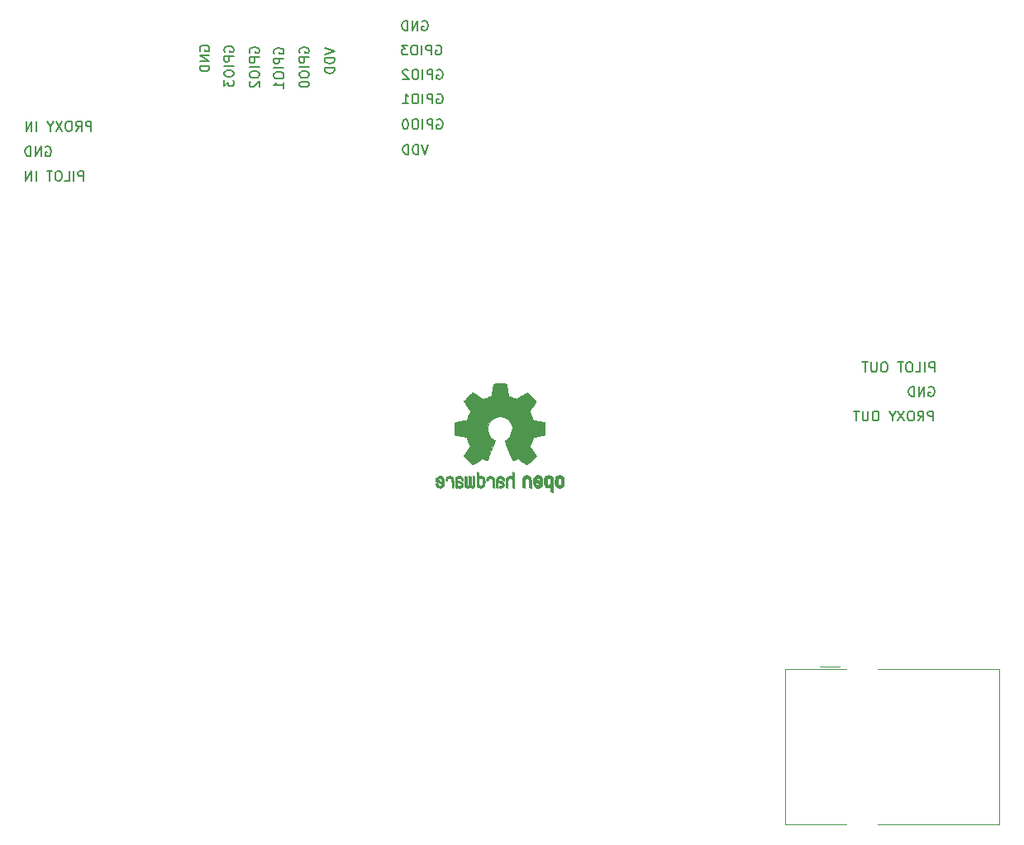
<source format=gbo>
G04 #@! TF.GenerationSoftware,KiCad,Pcbnew,(5.1.6)-1*
G04 #@! TF.CreationDate,2020-06-22T19:30:58+02:00*
G04 #@! TF.ProjectId,plc-sniffer,706c632d-736e-4696-9666-65722e6b6963,rev?*
G04 #@! TF.SameCoordinates,Original*
G04 #@! TF.FileFunction,Legend,Bot*
G04 #@! TF.FilePolarity,Positive*
%FSLAX46Y46*%
G04 Gerber Fmt 4.6, Leading zero omitted, Abs format (unit mm)*
G04 Created by KiCad (PCBNEW (5.1.6)-1) date 2020-06-22 19:30:58*
%MOMM*%
%LPD*%
G01*
G04 APERTURE LIST*
%ADD10C,0.150000*%
%ADD11C,0.010000*%
%ADD12C,0.120000*%
%ADD13O,1.800000X1.800000*%
%ADD14R,1.800000X1.800000*%
%ADD15C,1.800000*%
%ADD16C,0.900000*%
%ADD17C,6.500000*%
%ADD18C,3.350000*%
%ADD19C,2.700000*%
%ADD20C,1.990000*%
%ADD21C,2.000000*%
%ADD22R,2.000000X2.000000*%
G04 APERTURE END LIST*
D10*
X144633333Y-67252380D02*
X144300000Y-68252380D01*
X143966666Y-67252380D01*
X143633333Y-68252380D02*
X143633333Y-67252380D01*
X143395238Y-67252380D01*
X143252380Y-67300000D01*
X143157142Y-67395238D01*
X143109523Y-67490476D01*
X143061904Y-67680952D01*
X143061904Y-67823809D01*
X143109523Y-68014285D01*
X143157142Y-68109523D01*
X143252380Y-68204761D01*
X143395238Y-68252380D01*
X143633333Y-68252380D01*
X142633333Y-68252380D02*
X142633333Y-67252380D01*
X142395238Y-67252380D01*
X142252380Y-67300000D01*
X142157142Y-67395238D01*
X142109523Y-67490476D01*
X142061904Y-67680952D01*
X142061904Y-67823809D01*
X142109523Y-68014285D01*
X142157142Y-68109523D01*
X142252380Y-68204761D01*
X142395238Y-68252380D01*
X142633333Y-68252380D01*
X145576190Y-64700000D02*
X145671428Y-64652380D01*
X145814285Y-64652380D01*
X145957142Y-64700000D01*
X146052380Y-64795238D01*
X146100000Y-64890476D01*
X146147619Y-65080952D01*
X146147619Y-65223809D01*
X146100000Y-65414285D01*
X146052380Y-65509523D01*
X145957142Y-65604761D01*
X145814285Y-65652380D01*
X145719047Y-65652380D01*
X145576190Y-65604761D01*
X145528571Y-65557142D01*
X145528571Y-65223809D01*
X145719047Y-65223809D01*
X145100000Y-65652380D02*
X145100000Y-64652380D01*
X144719047Y-64652380D01*
X144623809Y-64700000D01*
X144576190Y-64747619D01*
X144528571Y-64842857D01*
X144528571Y-64985714D01*
X144576190Y-65080952D01*
X144623809Y-65128571D01*
X144719047Y-65176190D01*
X145100000Y-65176190D01*
X144100000Y-65652380D02*
X144100000Y-64652380D01*
X143433333Y-64652380D02*
X143242857Y-64652380D01*
X143147619Y-64700000D01*
X143052380Y-64795238D01*
X143004761Y-64985714D01*
X143004761Y-65319047D01*
X143052380Y-65509523D01*
X143147619Y-65604761D01*
X143242857Y-65652380D01*
X143433333Y-65652380D01*
X143528571Y-65604761D01*
X143623809Y-65509523D01*
X143671428Y-65319047D01*
X143671428Y-64985714D01*
X143623809Y-64795238D01*
X143528571Y-64700000D01*
X143433333Y-64652380D01*
X142385714Y-64652380D02*
X142290476Y-64652380D01*
X142195238Y-64700000D01*
X142147619Y-64747619D01*
X142100000Y-64842857D01*
X142052380Y-65033333D01*
X142052380Y-65271428D01*
X142100000Y-65461904D01*
X142147619Y-65557142D01*
X142195238Y-65604761D01*
X142290476Y-65652380D01*
X142385714Y-65652380D01*
X142480952Y-65604761D01*
X142528571Y-65557142D01*
X142576190Y-65461904D01*
X142623809Y-65271428D01*
X142623809Y-65033333D01*
X142576190Y-64842857D01*
X142528571Y-64747619D01*
X142480952Y-64700000D01*
X142385714Y-64652380D01*
X145576190Y-62100000D02*
X145671428Y-62052380D01*
X145814285Y-62052380D01*
X145957142Y-62100000D01*
X146052380Y-62195238D01*
X146100000Y-62290476D01*
X146147619Y-62480952D01*
X146147619Y-62623809D01*
X146100000Y-62814285D01*
X146052380Y-62909523D01*
X145957142Y-63004761D01*
X145814285Y-63052380D01*
X145719047Y-63052380D01*
X145576190Y-63004761D01*
X145528571Y-62957142D01*
X145528571Y-62623809D01*
X145719047Y-62623809D01*
X145100000Y-63052380D02*
X145100000Y-62052380D01*
X144719047Y-62052380D01*
X144623809Y-62100000D01*
X144576190Y-62147619D01*
X144528571Y-62242857D01*
X144528571Y-62385714D01*
X144576190Y-62480952D01*
X144623809Y-62528571D01*
X144719047Y-62576190D01*
X145100000Y-62576190D01*
X144100000Y-63052380D02*
X144100000Y-62052380D01*
X143433333Y-62052380D02*
X143242857Y-62052380D01*
X143147619Y-62100000D01*
X143052380Y-62195238D01*
X143004761Y-62385714D01*
X143004761Y-62719047D01*
X143052380Y-62909523D01*
X143147619Y-63004761D01*
X143242857Y-63052380D01*
X143433333Y-63052380D01*
X143528571Y-63004761D01*
X143623809Y-62909523D01*
X143671428Y-62719047D01*
X143671428Y-62385714D01*
X143623809Y-62195238D01*
X143528571Y-62100000D01*
X143433333Y-62052380D01*
X142052380Y-63052380D02*
X142623809Y-63052380D01*
X142338095Y-63052380D02*
X142338095Y-62052380D01*
X142433333Y-62195238D01*
X142528571Y-62290476D01*
X142623809Y-62338095D01*
X145576190Y-59600000D02*
X145671428Y-59552380D01*
X145814285Y-59552380D01*
X145957142Y-59600000D01*
X146052380Y-59695238D01*
X146100000Y-59790476D01*
X146147619Y-59980952D01*
X146147619Y-60123809D01*
X146100000Y-60314285D01*
X146052380Y-60409523D01*
X145957142Y-60504761D01*
X145814285Y-60552380D01*
X145719047Y-60552380D01*
X145576190Y-60504761D01*
X145528571Y-60457142D01*
X145528571Y-60123809D01*
X145719047Y-60123809D01*
X145100000Y-60552380D02*
X145100000Y-59552380D01*
X144719047Y-59552380D01*
X144623809Y-59600000D01*
X144576190Y-59647619D01*
X144528571Y-59742857D01*
X144528571Y-59885714D01*
X144576190Y-59980952D01*
X144623809Y-60028571D01*
X144719047Y-60076190D01*
X145100000Y-60076190D01*
X144100000Y-60552380D02*
X144100000Y-59552380D01*
X143433333Y-59552380D02*
X143242857Y-59552380D01*
X143147619Y-59600000D01*
X143052380Y-59695238D01*
X143004761Y-59885714D01*
X143004761Y-60219047D01*
X143052380Y-60409523D01*
X143147619Y-60504761D01*
X143242857Y-60552380D01*
X143433333Y-60552380D01*
X143528571Y-60504761D01*
X143623809Y-60409523D01*
X143671428Y-60219047D01*
X143671428Y-59885714D01*
X143623809Y-59695238D01*
X143528571Y-59600000D01*
X143433333Y-59552380D01*
X142623809Y-59647619D02*
X142576190Y-59600000D01*
X142480952Y-59552380D01*
X142242857Y-59552380D01*
X142147619Y-59600000D01*
X142100000Y-59647619D01*
X142052380Y-59742857D01*
X142052380Y-59838095D01*
X142100000Y-59980952D01*
X142671428Y-60552380D01*
X142052380Y-60552380D01*
X145476190Y-57100000D02*
X145571428Y-57052380D01*
X145714285Y-57052380D01*
X145857142Y-57100000D01*
X145952380Y-57195238D01*
X146000000Y-57290476D01*
X146047619Y-57480952D01*
X146047619Y-57623809D01*
X146000000Y-57814285D01*
X145952380Y-57909523D01*
X145857142Y-58004761D01*
X145714285Y-58052380D01*
X145619047Y-58052380D01*
X145476190Y-58004761D01*
X145428571Y-57957142D01*
X145428571Y-57623809D01*
X145619047Y-57623809D01*
X145000000Y-58052380D02*
X145000000Y-57052380D01*
X144619047Y-57052380D01*
X144523809Y-57100000D01*
X144476190Y-57147619D01*
X144428571Y-57242857D01*
X144428571Y-57385714D01*
X144476190Y-57480952D01*
X144523809Y-57528571D01*
X144619047Y-57576190D01*
X145000000Y-57576190D01*
X144000000Y-58052380D02*
X144000000Y-57052380D01*
X143333333Y-57052380D02*
X143142857Y-57052380D01*
X143047619Y-57100000D01*
X142952380Y-57195238D01*
X142904761Y-57385714D01*
X142904761Y-57719047D01*
X142952380Y-57909523D01*
X143047619Y-58004761D01*
X143142857Y-58052380D01*
X143333333Y-58052380D01*
X143428571Y-58004761D01*
X143523809Y-57909523D01*
X143571428Y-57719047D01*
X143571428Y-57385714D01*
X143523809Y-57195238D01*
X143428571Y-57100000D01*
X143333333Y-57052380D01*
X142571428Y-57052380D02*
X141952380Y-57052380D01*
X142285714Y-57433333D01*
X142142857Y-57433333D01*
X142047619Y-57480952D01*
X142000000Y-57528571D01*
X141952380Y-57623809D01*
X141952380Y-57861904D01*
X142000000Y-57957142D01*
X142047619Y-58004761D01*
X142142857Y-58052380D01*
X142428571Y-58052380D01*
X142523809Y-58004761D01*
X142571428Y-57957142D01*
X144061904Y-54600000D02*
X144157142Y-54552380D01*
X144300000Y-54552380D01*
X144442857Y-54600000D01*
X144538095Y-54695238D01*
X144585714Y-54790476D01*
X144633333Y-54980952D01*
X144633333Y-55123809D01*
X144585714Y-55314285D01*
X144538095Y-55409523D01*
X144442857Y-55504761D01*
X144300000Y-55552380D01*
X144204761Y-55552380D01*
X144061904Y-55504761D01*
X144014285Y-55457142D01*
X144014285Y-55123809D01*
X144204761Y-55123809D01*
X143585714Y-55552380D02*
X143585714Y-54552380D01*
X143014285Y-55552380D01*
X143014285Y-54552380D01*
X142538095Y-55552380D02*
X142538095Y-54552380D01*
X142300000Y-54552380D01*
X142157142Y-54600000D01*
X142061904Y-54695238D01*
X142014285Y-54790476D01*
X141966666Y-54980952D01*
X141966666Y-55123809D01*
X142014285Y-55314285D01*
X142061904Y-55409523D01*
X142157142Y-55504761D01*
X142300000Y-55552380D01*
X142538095Y-55552380D01*
X134052380Y-57366666D02*
X135052380Y-57700000D01*
X134052380Y-58033333D01*
X135052380Y-58366666D02*
X134052380Y-58366666D01*
X134052380Y-58604761D01*
X134100000Y-58747619D01*
X134195238Y-58842857D01*
X134290476Y-58890476D01*
X134480952Y-58938095D01*
X134623809Y-58938095D01*
X134814285Y-58890476D01*
X134909523Y-58842857D01*
X135004761Y-58747619D01*
X135052380Y-58604761D01*
X135052380Y-58366666D01*
X135052380Y-59366666D02*
X134052380Y-59366666D01*
X134052380Y-59604761D01*
X134100000Y-59747619D01*
X134195238Y-59842857D01*
X134290476Y-59890476D01*
X134480952Y-59938095D01*
X134623809Y-59938095D01*
X134814285Y-59890476D01*
X134909523Y-59842857D01*
X135004761Y-59747619D01*
X135052380Y-59604761D01*
X135052380Y-59366666D01*
X131500000Y-57823809D02*
X131452380Y-57728571D01*
X131452380Y-57585714D01*
X131500000Y-57442857D01*
X131595238Y-57347619D01*
X131690476Y-57300000D01*
X131880952Y-57252380D01*
X132023809Y-57252380D01*
X132214285Y-57300000D01*
X132309523Y-57347619D01*
X132404761Y-57442857D01*
X132452380Y-57585714D01*
X132452380Y-57680952D01*
X132404761Y-57823809D01*
X132357142Y-57871428D01*
X132023809Y-57871428D01*
X132023809Y-57680952D01*
X132452380Y-58300000D02*
X131452380Y-58300000D01*
X131452380Y-58680952D01*
X131500000Y-58776190D01*
X131547619Y-58823809D01*
X131642857Y-58871428D01*
X131785714Y-58871428D01*
X131880952Y-58823809D01*
X131928571Y-58776190D01*
X131976190Y-58680952D01*
X131976190Y-58300000D01*
X132452380Y-59300000D02*
X131452380Y-59300000D01*
X131452380Y-59966666D02*
X131452380Y-60157142D01*
X131500000Y-60252380D01*
X131595238Y-60347619D01*
X131785714Y-60395238D01*
X132119047Y-60395238D01*
X132309523Y-60347619D01*
X132404761Y-60252380D01*
X132452380Y-60157142D01*
X132452380Y-59966666D01*
X132404761Y-59871428D01*
X132309523Y-59776190D01*
X132119047Y-59728571D01*
X131785714Y-59728571D01*
X131595238Y-59776190D01*
X131500000Y-59871428D01*
X131452380Y-59966666D01*
X131452380Y-61014285D02*
X131452380Y-61109523D01*
X131500000Y-61204761D01*
X131547619Y-61252380D01*
X131642857Y-61300000D01*
X131833333Y-61347619D01*
X132071428Y-61347619D01*
X132261904Y-61300000D01*
X132357142Y-61252380D01*
X132404761Y-61204761D01*
X132452380Y-61109523D01*
X132452380Y-61014285D01*
X132404761Y-60919047D01*
X132357142Y-60871428D01*
X132261904Y-60823809D01*
X132071428Y-60776190D01*
X131833333Y-60776190D01*
X131642857Y-60823809D01*
X131547619Y-60871428D01*
X131500000Y-60919047D01*
X131452380Y-61014285D01*
X128900000Y-57923809D02*
X128852380Y-57828571D01*
X128852380Y-57685714D01*
X128900000Y-57542857D01*
X128995238Y-57447619D01*
X129090476Y-57400000D01*
X129280952Y-57352380D01*
X129423809Y-57352380D01*
X129614285Y-57400000D01*
X129709523Y-57447619D01*
X129804761Y-57542857D01*
X129852380Y-57685714D01*
X129852380Y-57780952D01*
X129804761Y-57923809D01*
X129757142Y-57971428D01*
X129423809Y-57971428D01*
X129423809Y-57780952D01*
X129852380Y-58400000D02*
X128852380Y-58400000D01*
X128852380Y-58780952D01*
X128900000Y-58876190D01*
X128947619Y-58923809D01*
X129042857Y-58971428D01*
X129185714Y-58971428D01*
X129280952Y-58923809D01*
X129328571Y-58876190D01*
X129376190Y-58780952D01*
X129376190Y-58400000D01*
X129852380Y-59400000D02*
X128852380Y-59400000D01*
X128852380Y-60066666D02*
X128852380Y-60257142D01*
X128900000Y-60352380D01*
X128995238Y-60447619D01*
X129185714Y-60495238D01*
X129519047Y-60495238D01*
X129709523Y-60447619D01*
X129804761Y-60352380D01*
X129852380Y-60257142D01*
X129852380Y-60066666D01*
X129804761Y-59971428D01*
X129709523Y-59876190D01*
X129519047Y-59828571D01*
X129185714Y-59828571D01*
X128995238Y-59876190D01*
X128900000Y-59971428D01*
X128852380Y-60066666D01*
X129852380Y-61447619D02*
X129852380Y-60876190D01*
X129852380Y-61161904D02*
X128852380Y-61161904D01*
X128995238Y-61066666D01*
X129090476Y-60971428D01*
X129138095Y-60876190D01*
X126400000Y-57823809D02*
X126352380Y-57728571D01*
X126352380Y-57585714D01*
X126400000Y-57442857D01*
X126495238Y-57347619D01*
X126590476Y-57300000D01*
X126780952Y-57252380D01*
X126923809Y-57252380D01*
X127114285Y-57300000D01*
X127209523Y-57347619D01*
X127304761Y-57442857D01*
X127352380Y-57585714D01*
X127352380Y-57680952D01*
X127304761Y-57823809D01*
X127257142Y-57871428D01*
X126923809Y-57871428D01*
X126923809Y-57680952D01*
X127352380Y-58300000D02*
X126352380Y-58300000D01*
X126352380Y-58680952D01*
X126400000Y-58776190D01*
X126447619Y-58823809D01*
X126542857Y-58871428D01*
X126685714Y-58871428D01*
X126780952Y-58823809D01*
X126828571Y-58776190D01*
X126876190Y-58680952D01*
X126876190Y-58300000D01*
X127352380Y-59300000D02*
X126352380Y-59300000D01*
X126352380Y-59966666D02*
X126352380Y-60157142D01*
X126400000Y-60252380D01*
X126495238Y-60347619D01*
X126685714Y-60395238D01*
X127019047Y-60395238D01*
X127209523Y-60347619D01*
X127304761Y-60252380D01*
X127352380Y-60157142D01*
X127352380Y-59966666D01*
X127304761Y-59871428D01*
X127209523Y-59776190D01*
X127019047Y-59728571D01*
X126685714Y-59728571D01*
X126495238Y-59776190D01*
X126400000Y-59871428D01*
X126352380Y-59966666D01*
X126447619Y-60776190D02*
X126400000Y-60823809D01*
X126352380Y-60919047D01*
X126352380Y-61157142D01*
X126400000Y-61252380D01*
X126447619Y-61300000D01*
X126542857Y-61347619D01*
X126638095Y-61347619D01*
X126780952Y-61300000D01*
X127352380Y-60728571D01*
X127352380Y-61347619D01*
X123800000Y-57723809D02*
X123752380Y-57628571D01*
X123752380Y-57485714D01*
X123800000Y-57342857D01*
X123895238Y-57247619D01*
X123990476Y-57200000D01*
X124180952Y-57152380D01*
X124323809Y-57152380D01*
X124514285Y-57200000D01*
X124609523Y-57247619D01*
X124704761Y-57342857D01*
X124752380Y-57485714D01*
X124752380Y-57580952D01*
X124704761Y-57723809D01*
X124657142Y-57771428D01*
X124323809Y-57771428D01*
X124323809Y-57580952D01*
X124752380Y-58200000D02*
X123752380Y-58200000D01*
X123752380Y-58580952D01*
X123800000Y-58676190D01*
X123847619Y-58723809D01*
X123942857Y-58771428D01*
X124085714Y-58771428D01*
X124180952Y-58723809D01*
X124228571Y-58676190D01*
X124276190Y-58580952D01*
X124276190Y-58200000D01*
X124752380Y-59200000D02*
X123752380Y-59200000D01*
X123752380Y-59866666D02*
X123752380Y-60057142D01*
X123800000Y-60152380D01*
X123895238Y-60247619D01*
X124085714Y-60295238D01*
X124419047Y-60295238D01*
X124609523Y-60247619D01*
X124704761Y-60152380D01*
X124752380Y-60057142D01*
X124752380Y-59866666D01*
X124704761Y-59771428D01*
X124609523Y-59676190D01*
X124419047Y-59628571D01*
X124085714Y-59628571D01*
X123895238Y-59676190D01*
X123800000Y-59771428D01*
X123752380Y-59866666D01*
X123752380Y-60628571D02*
X123752380Y-61247619D01*
X124133333Y-60914285D01*
X124133333Y-61057142D01*
X124180952Y-61152380D01*
X124228571Y-61200000D01*
X124323809Y-61247619D01*
X124561904Y-61247619D01*
X124657142Y-61200000D01*
X124704761Y-61152380D01*
X124752380Y-61057142D01*
X124752380Y-60771428D01*
X124704761Y-60676190D01*
X124657142Y-60628571D01*
X121300000Y-57638095D02*
X121252380Y-57542857D01*
X121252380Y-57400000D01*
X121300000Y-57257142D01*
X121395238Y-57161904D01*
X121490476Y-57114285D01*
X121680952Y-57066666D01*
X121823809Y-57066666D01*
X122014285Y-57114285D01*
X122109523Y-57161904D01*
X122204761Y-57257142D01*
X122252380Y-57400000D01*
X122252380Y-57495238D01*
X122204761Y-57638095D01*
X122157142Y-57685714D01*
X121823809Y-57685714D01*
X121823809Y-57495238D01*
X122252380Y-58114285D02*
X121252380Y-58114285D01*
X122252380Y-58685714D01*
X121252380Y-58685714D01*
X122252380Y-59161904D02*
X121252380Y-59161904D01*
X121252380Y-59400000D01*
X121300000Y-59542857D01*
X121395238Y-59638095D01*
X121490476Y-59685714D01*
X121680952Y-59733333D01*
X121823809Y-59733333D01*
X122014285Y-59685714D01*
X122109523Y-59638095D01*
X122204761Y-59542857D01*
X122252380Y-59400000D01*
X122252380Y-59161904D01*
X109352380Y-70952380D02*
X109352380Y-69952380D01*
X108971428Y-69952380D01*
X108876190Y-70000000D01*
X108828571Y-70047619D01*
X108780952Y-70142857D01*
X108780952Y-70285714D01*
X108828571Y-70380952D01*
X108876190Y-70428571D01*
X108971428Y-70476190D01*
X109352380Y-70476190D01*
X108352380Y-70952380D02*
X108352380Y-69952380D01*
X107400000Y-70952380D02*
X107876190Y-70952380D01*
X107876190Y-69952380D01*
X106876190Y-69952380D02*
X106685714Y-69952380D01*
X106590476Y-70000000D01*
X106495238Y-70095238D01*
X106447619Y-70285714D01*
X106447619Y-70619047D01*
X106495238Y-70809523D01*
X106590476Y-70904761D01*
X106685714Y-70952380D01*
X106876190Y-70952380D01*
X106971428Y-70904761D01*
X107066666Y-70809523D01*
X107114285Y-70619047D01*
X107114285Y-70285714D01*
X107066666Y-70095238D01*
X106971428Y-70000000D01*
X106876190Y-69952380D01*
X106161904Y-69952380D02*
X105590476Y-69952380D01*
X105876190Y-70952380D02*
X105876190Y-69952380D01*
X104495238Y-70952380D02*
X104495238Y-69952380D01*
X104019047Y-70952380D02*
X104019047Y-69952380D01*
X103447619Y-70952380D01*
X103447619Y-69952380D01*
X105461904Y-67500000D02*
X105557142Y-67452380D01*
X105700000Y-67452380D01*
X105842857Y-67500000D01*
X105938095Y-67595238D01*
X105985714Y-67690476D01*
X106033333Y-67880952D01*
X106033333Y-68023809D01*
X105985714Y-68214285D01*
X105938095Y-68309523D01*
X105842857Y-68404761D01*
X105700000Y-68452380D01*
X105604761Y-68452380D01*
X105461904Y-68404761D01*
X105414285Y-68357142D01*
X105414285Y-68023809D01*
X105604761Y-68023809D01*
X104985714Y-68452380D02*
X104985714Y-67452380D01*
X104414285Y-68452380D01*
X104414285Y-67452380D01*
X103938095Y-68452380D02*
X103938095Y-67452380D01*
X103700000Y-67452380D01*
X103557142Y-67500000D01*
X103461904Y-67595238D01*
X103414285Y-67690476D01*
X103366666Y-67880952D01*
X103366666Y-68023809D01*
X103414285Y-68214285D01*
X103461904Y-68309523D01*
X103557142Y-68404761D01*
X103700000Y-68452380D01*
X103938095Y-68452380D01*
X110133333Y-65852380D02*
X110133333Y-64852380D01*
X109752380Y-64852380D01*
X109657142Y-64900000D01*
X109609523Y-64947619D01*
X109561904Y-65042857D01*
X109561904Y-65185714D01*
X109609523Y-65280952D01*
X109657142Y-65328571D01*
X109752380Y-65376190D01*
X110133333Y-65376190D01*
X108561904Y-65852380D02*
X108895238Y-65376190D01*
X109133333Y-65852380D02*
X109133333Y-64852380D01*
X108752380Y-64852380D01*
X108657142Y-64900000D01*
X108609523Y-64947619D01*
X108561904Y-65042857D01*
X108561904Y-65185714D01*
X108609523Y-65280952D01*
X108657142Y-65328571D01*
X108752380Y-65376190D01*
X109133333Y-65376190D01*
X107942857Y-64852380D02*
X107752380Y-64852380D01*
X107657142Y-64900000D01*
X107561904Y-64995238D01*
X107514285Y-65185714D01*
X107514285Y-65519047D01*
X107561904Y-65709523D01*
X107657142Y-65804761D01*
X107752380Y-65852380D01*
X107942857Y-65852380D01*
X108038095Y-65804761D01*
X108133333Y-65709523D01*
X108180952Y-65519047D01*
X108180952Y-65185714D01*
X108133333Y-64995238D01*
X108038095Y-64900000D01*
X107942857Y-64852380D01*
X107180952Y-64852380D02*
X106514285Y-65852380D01*
X106514285Y-64852380D02*
X107180952Y-65852380D01*
X105942857Y-65376190D02*
X105942857Y-65852380D01*
X106276190Y-64852380D02*
X105942857Y-65376190D01*
X105609523Y-64852380D01*
X104514285Y-65852380D02*
X104514285Y-64852380D01*
X104038095Y-65852380D02*
X104038095Y-64852380D01*
X103466666Y-65852380D01*
X103466666Y-64852380D01*
X196400000Y-95552380D02*
X196400000Y-94552380D01*
X196019047Y-94552380D01*
X195923809Y-94600000D01*
X195876190Y-94647619D01*
X195828571Y-94742857D01*
X195828571Y-94885714D01*
X195876190Y-94980952D01*
X195923809Y-95028571D01*
X196019047Y-95076190D01*
X196400000Y-95076190D01*
X194828571Y-95552380D02*
X195161904Y-95076190D01*
X195400000Y-95552380D02*
X195400000Y-94552380D01*
X195019047Y-94552380D01*
X194923809Y-94600000D01*
X194876190Y-94647619D01*
X194828571Y-94742857D01*
X194828571Y-94885714D01*
X194876190Y-94980952D01*
X194923809Y-95028571D01*
X195019047Y-95076190D01*
X195400000Y-95076190D01*
X194209523Y-94552380D02*
X194019047Y-94552380D01*
X193923809Y-94600000D01*
X193828571Y-94695238D01*
X193780952Y-94885714D01*
X193780952Y-95219047D01*
X193828571Y-95409523D01*
X193923809Y-95504761D01*
X194019047Y-95552380D01*
X194209523Y-95552380D01*
X194304761Y-95504761D01*
X194400000Y-95409523D01*
X194447619Y-95219047D01*
X194447619Y-94885714D01*
X194400000Y-94695238D01*
X194304761Y-94600000D01*
X194209523Y-94552380D01*
X193447619Y-94552380D02*
X192780952Y-95552380D01*
X192780952Y-94552380D02*
X193447619Y-95552380D01*
X192209523Y-95076190D02*
X192209523Y-95552380D01*
X192542857Y-94552380D02*
X192209523Y-95076190D01*
X191876190Y-94552380D01*
X190590476Y-94552380D02*
X190400000Y-94552380D01*
X190304761Y-94600000D01*
X190209523Y-94695238D01*
X190161904Y-94885714D01*
X190161904Y-95219047D01*
X190209523Y-95409523D01*
X190304761Y-95504761D01*
X190400000Y-95552380D01*
X190590476Y-95552380D01*
X190685714Y-95504761D01*
X190780952Y-95409523D01*
X190828571Y-95219047D01*
X190828571Y-94885714D01*
X190780952Y-94695238D01*
X190685714Y-94600000D01*
X190590476Y-94552380D01*
X189733333Y-94552380D02*
X189733333Y-95361904D01*
X189685714Y-95457142D01*
X189638095Y-95504761D01*
X189542857Y-95552380D01*
X189352380Y-95552380D01*
X189257142Y-95504761D01*
X189209523Y-95457142D01*
X189161904Y-95361904D01*
X189161904Y-94552380D01*
X188828571Y-94552380D02*
X188257142Y-94552380D01*
X188542857Y-95552380D02*
X188542857Y-94552380D01*
X195961904Y-92100000D02*
X196057142Y-92052380D01*
X196200000Y-92052380D01*
X196342857Y-92100000D01*
X196438095Y-92195238D01*
X196485714Y-92290476D01*
X196533333Y-92480952D01*
X196533333Y-92623809D01*
X196485714Y-92814285D01*
X196438095Y-92909523D01*
X196342857Y-93004761D01*
X196200000Y-93052380D01*
X196104761Y-93052380D01*
X195961904Y-93004761D01*
X195914285Y-92957142D01*
X195914285Y-92623809D01*
X196104761Y-92623809D01*
X195485714Y-93052380D02*
X195485714Y-92052380D01*
X194914285Y-93052380D01*
X194914285Y-92052380D01*
X194438095Y-93052380D02*
X194438095Y-92052380D01*
X194200000Y-92052380D01*
X194057142Y-92100000D01*
X193961904Y-92195238D01*
X193914285Y-92290476D01*
X193866666Y-92480952D01*
X193866666Y-92623809D01*
X193914285Y-92814285D01*
X193961904Y-92909523D01*
X194057142Y-93004761D01*
X194200000Y-93052380D01*
X194438095Y-93052380D01*
X196519047Y-90552380D02*
X196519047Y-89552380D01*
X196138095Y-89552380D01*
X196042857Y-89600000D01*
X195995238Y-89647619D01*
X195947619Y-89742857D01*
X195947619Y-89885714D01*
X195995238Y-89980952D01*
X196042857Y-90028571D01*
X196138095Y-90076190D01*
X196519047Y-90076190D01*
X195519047Y-90552380D02*
X195519047Y-89552380D01*
X194566666Y-90552380D02*
X195042857Y-90552380D01*
X195042857Y-89552380D01*
X194042857Y-89552380D02*
X193852380Y-89552380D01*
X193757142Y-89600000D01*
X193661904Y-89695238D01*
X193614285Y-89885714D01*
X193614285Y-90219047D01*
X193661904Y-90409523D01*
X193757142Y-90504761D01*
X193852380Y-90552380D01*
X194042857Y-90552380D01*
X194138095Y-90504761D01*
X194233333Y-90409523D01*
X194280952Y-90219047D01*
X194280952Y-89885714D01*
X194233333Y-89695238D01*
X194138095Y-89600000D01*
X194042857Y-89552380D01*
X193328571Y-89552380D02*
X192757142Y-89552380D01*
X193042857Y-90552380D02*
X193042857Y-89552380D01*
X191471428Y-89552380D02*
X191280952Y-89552380D01*
X191185714Y-89600000D01*
X191090476Y-89695238D01*
X191042857Y-89885714D01*
X191042857Y-90219047D01*
X191090476Y-90409523D01*
X191185714Y-90504761D01*
X191280952Y-90552380D01*
X191471428Y-90552380D01*
X191566666Y-90504761D01*
X191661904Y-90409523D01*
X191709523Y-90219047D01*
X191709523Y-89885714D01*
X191661904Y-89695238D01*
X191566666Y-89600000D01*
X191471428Y-89552380D01*
X190614285Y-89552380D02*
X190614285Y-90361904D01*
X190566666Y-90457142D01*
X190519047Y-90504761D01*
X190423809Y-90552380D01*
X190233333Y-90552380D01*
X190138095Y-90504761D01*
X190090476Y-90457142D01*
X190042857Y-90361904D01*
X190042857Y-89552380D01*
X189709523Y-89552380D02*
X189138095Y-89552380D01*
X189423809Y-90552380D02*
X189423809Y-89552380D01*
D11*
G04 #@! TO.C,REF\u002A\u002A*
G36*
X156828100Y-101161903D02*
G01*
X156716550Y-101217522D01*
X156618092Y-101319931D01*
X156590977Y-101357864D01*
X156561438Y-101407500D01*
X156542272Y-101461412D01*
X156531307Y-101533364D01*
X156526371Y-101637122D01*
X156525287Y-101774101D01*
X156530182Y-101961815D01*
X156547196Y-102102758D01*
X156579823Y-102207908D01*
X156631558Y-102288243D01*
X156705896Y-102354741D01*
X156711358Y-102358678D01*
X156784620Y-102398953D01*
X156872840Y-102418880D01*
X156985038Y-102423793D01*
X157167433Y-102423793D01*
X157167509Y-102600857D01*
X157169207Y-102699470D01*
X157179550Y-102757314D01*
X157206578Y-102792006D01*
X157258332Y-102821164D01*
X157270761Y-102827121D01*
X157328923Y-102855039D01*
X157373956Y-102872672D01*
X157407441Y-102874194D01*
X157430962Y-102853781D01*
X157446100Y-102805607D01*
X157454437Y-102723846D01*
X157457556Y-102602672D01*
X157457040Y-102436260D01*
X157454471Y-102218785D01*
X157453668Y-102153736D01*
X157450778Y-101929502D01*
X157448188Y-101782821D01*
X157167586Y-101782821D01*
X157166009Y-101907326D01*
X157159000Y-101988787D01*
X157143142Y-102042515D01*
X157115019Y-102083823D01*
X157095925Y-102103971D01*
X157017865Y-102162921D01*
X156948753Y-102167720D01*
X156877440Y-102119038D01*
X156875632Y-102117241D01*
X156846617Y-102079618D01*
X156828967Y-102028484D01*
X156820064Y-101949738D01*
X156817291Y-101829276D01*
X156817241Y-101802588D01*
X156823942Y-101636583D01*
X156845752Y-101521505D01*
X156885235Y-101451254D01*
X156944956Y-101419729D01*
X156979472Y-101416552D01*
X157061389Y-101431460D01*
X157117579Y-101480548D01*
X157151402Y-101570362D01*
X157166220Y-101707445D01*
X157167586Y-101782821D01*
X157448188Y-101782821D01*
X157447713Y-101755952D01*
X157443753Y-101625382D01*
X157438174Y-101530087D01*
X157430254Y-101462364D01*
X157419269Y-101414507D01*
X157404499Y-101378813D01*
X157385218Y-101347578D01*
X157376951Y-101335824D01*
X157267288Y-101224797D01*
X157128635Y-101161847D01*
X156968246Y-101144297D01*
X156828100Y-101161903D01*
G37*
X156828100Y-101161903D02*
X156716550Y-101217522D01*
X156618092Y-101319931D01*
X156590977Y-101357864D01*
X156561438Y-101407500D01*
X156542272Y-101461412D01*
X156531307Y-101533364D01*
X156526371Y-101637122D01*
X156525287Y-101774101D01*
X156530182Y-101961815D01*
X156547196Y-102102758D01*
X156579823Y-102207908D01*
X156631558Y-102288243D01*
X156705896Y-102354741D01*
X156711358Y-102358678D01*
X156784620Y-102398953D01*
X156872840Y-102418880D01*
X156985038Y-102423793D01*
X157167433Y-102423793D01*
X157167509Y-102600857D01*
X157169207Y-102699470D01*
X157179550Y-102757314D01*
X157206578Y-102792006D01*
X157258332Y-102821164D01*
X157270761Y-102827121D01*
X157328923Y-102855039D01*
X157373956Y-102872672D01*
X157407441Y-102874194D01*
X157430962Y-102853781D01*
X157446100Y-102805607D01*
X157454437Y-102723846D01*
X157457556Y-102602672D01*
X157457040Y-102436260D01*
X157454471Y-102218785D01*
X157453668Y-102153736D01*
X157450778Y-101929502D01*
X157448188Y-101782821D01*
X157167586Y-101782821D01*
X157166009Y-101907326D01*
X157159000Y-101988787D01*
X157143142Y-102042515D01*
X157115019Y-102083823D01*
X157095925Y-102103971D01*
X157017865Y-102162921D01*
X156948753Y-102167720D01*
X156877440Y-102119038D01*
X156875632Y-102117241D01*
X156846617Y-102079618D01*
X156828967Y-102028484D01*
X156820064Y-101949738D01*
X156817291Y-101829276D01*
X156817241Y-101802588D01*
X156823942Y-101636583D01*
X156845752Y-101521505D01*
X156885235Y-101451254D01*
X156944956Y-101419729D01*
X156979472Y-101416552D01*
X157061389Y-101431460D01*
X157117579Y-101480548D01*
X157151402Y-101570362D01*
X157166220Y-101707445D01*
X157167586Y-101782821D01*
X157448188Y-101782821D01*
X157447713Y-101755952D01*
X157443753Y-101625382D01*
X157438174Y-101530087D01*
X157430254Y-101462364D01*
X157419269Y-101414507D01*
X157404499Y-101378813D01*
X157385218Y-101347578D01*
X157376951Y-101335824D01*
X157267288Y-101224797D01*
X157128635Y-101161847D01*
X156968246Y-101144297D01*
X156828100Y-101161903D01*
G36*
X154582571Y-101177719D02*
G01*
X154488877Y-101231914D01*
X154423736Y-101285707D01*
X154376093Y-101342066D01*
X154343272Y-101410987D01*
X154322594Y-101502468D01*
X154311380Y-101626506D01*
X154306951Y-101793098D01*
X154306437Y-101912851D01*
X154306437Y-102353659D01*
X154430517Y-102409283D01*
X154554598Y-102464907D01*
X154569195Y-101982095D01*
X154575227Y-101801779D01*
X154581555Y-101670901D01*
X154589394Y-101580511D01*
X154599963Y-101521664D01*
X154614477Y-101485413D01*
X154634152Y-101462810D01*
X154640465Y-101457917D01*
X154736112Y-101419706D01*
X154832793Y-101434827D01*
X154890345Y-101474943D01*
X154913755Y-101503370D01*
X154929961Y-101540672D01*
X154940259Y-101597223D01*
X154945951Y-101683394D01*
X154948336Y-101809558D01*
X154948736Y-101941042D01*
X154948814Y-102105999D01*
X154951639Y-102222761D01*
X154961093Y-102301510D01*
X154981060Y-102352431D01*
X155015424Y-102385706D01*
X155068068Y-102411520D01*
X155138383Y-102438344D01*
X155215180Y-102467542D01*
X155206038Y-101949346D01*
X155202357Y-101762539D01*
X155198050Y-101624490D01*
X155191877Y-101525568D01*
X155182598Y-101456145D01*
X155168973Y-101406590D01*
X155149761Y-101367273D01*
X155126598Y-101332584D01*
X155014848Y-101221770D01*
X154878487Y-101157689D01*
X154730175Y-101142339D01*
X154582571Y-101177719D01*
G37*
X154582571Y-101177719D02*
X154488877Y-101231914D01*
X154423736Y-101285707D01*
X154376093Y-101342066D01*
X154343272Y-101410987D01*
X154322594Y-101502468D01*
X154311380Y-101626506D01*
X154306951Y-101793098D01*
X154306437Y-101912851D01*
X154306437Y-102353659D01*
X154430517Y-102409283D01*
X154554598Y-102464907D01*
X154569195Y-101982095D01*
X154575227Y-101801779D01*
X154581555Y-101670901D01*
X154589394Y-101580511D01*
X154599963Y-101521664D01*
X154614477Y-101485413D01*
X154634152Y-101462810D01*
X154640465Y-101457917D01*
X154736112Y-101419706D01*
X154832793Y-101434827D01*
X154890345Y-101474943D01*
X154913755Y-101503370D01*
X154929961Y-101540672D01*
X154940259Y-101597223D01*
X154945951Y-101683394D01*
X154948336Y-101809558D01*
X154948736Y-101941042D01*
X154948814Y-102105999D01*
X154951639Y-102222761D01*
X154961093Y-102301510D01*
X154981060Y-102352431D01*
X155015424Y-102385706D01*
X155068068Y-102411520D01*
X155138383Y-102438344D01*
X155215180Y-102467542D01*
X155206038Y-101949346D01*
X155202357Y-101762539D01*
X155198050Y-101624490D01*
X155191877Y-101525568D01*
X155182598Y-101456145D01*
X155168973Y-101406590D01*
X155149761Y-101367273D01*
X155126598Y-101332584D01*
X155014848Y-101221770D01*
X154878487Y-101157689D01*
X154730175Y-101142339D01*
X154582571Y-101177719D01*
G36*
X157951779Y-101166015D02*
G01*
X157814939Y-101237968D01*
X157713949Y-101353766D01*
X157678075Y-101428213D01*
X157650161Y-101539992D01*
X157635871Y-101681227D01*
X157634516Y-101835371D01*
X157645405Y-101985879D01*
X157667847Y-102116205D01*
X157701150Y-102209803D01*
X157711385Y-102225922D01*
X157832618Y-102346249D01*
X157976613Y-102418317D01*
X158132861Y-102439408D01*
X158290852Y-102406802D01*
X158334820Y-102387253D01*
X158420444Y-102327012D01*
X158495592Y-102247135D01*
X158502694Y-102237004D01*
X158531561Y-102188181D01*
X158550643Y-102135990D01*
X158561916Y-102067285D01*
X158567355Y-101968918D01*
X158568938Y-101827744D01*
X158568965Y-101796092D01*
X158568893Y-101786019D01*
X158277011Y-101786019D01*
X158275313Y-101919256D01*
X158268628Y-102007674D01*
X158254575Y-102064785D01*
X158230771Y-102104102D01*
X158218621Y-102117241D01*
X158148764Y-102167172D01*
X158080941Y-102164895D01*
X158012365Y-102121584D01*
X157971465Y-102075346D01*
X157947242Y-102007857D01*
X157933639Y-101901433D01*
X157932706Y-101889020D01*
X157930384Y-101696147D01*
X157954650Y-101552900D01*
X158005176Y-101460160D01*
X158081632Y-101418807D01*
X158108924Y-101416552D01*
X158180589Y-101427893D01*
X158229610Y-101467184D01*
X158259582Y-101542326D01*
X158274101Y-101661222D01*
X158277011Y-101786019D01*
X158568893Y-101786019D01*
X158567878Y-101645659D01*
X158563312Y-101540549D01*
X158553312Y-101467714D01*
X158535921Y-101414108D01*
X158509184Y-101366681D01*
X158503276Y-101357864D01*
X158403968Y-101239007D01*
X158295758Y-101170008D01*
X158164019Y-101142619D01*
X158119283Y-101141281D01*
X157951779Y-101166015D01*
G37*
X157951779Y-101166015D02*
X157814939Y-101237968D01*
X157713949Y-101353766D01*
X157678075Y-101428213D01*
X157650161Y-101539992D01*
X157635871Y-101681227D01*
X157634516Y-101835371D01*
X157645405Y-101985879D01*
X157667847Y-102116205D01*
X157701150Y-102209803D01*
X157711385Y-102225922D01*
X157832618Y-102346249D01*
X157976613Y-102418317D01*
X158132861Y-102439408D01*
X158290852Y-102406802D01*
X158334820Y-102387253D01*
X158420444Y-102327012D01*
X158495592Y-102247135D01*
X158502694Y-102237004D01*
X158531561Y-102188181D01*
X158550643Y-102135990D01*
X158561916Y-102067285D01*
X158567355Y-101968918D01*
X158568938Y-101827744D01*
X158568965Y-101796092D01*
X158568893Y-101786019D01*
X158277011Y-101786019D01*
X158275313Y-101919256D01*
X158268628Y-102007674D01*
X158254575Y-102064785D01*
X158230771Y-102104102D01*
X158218621Y-102117241D01*
X158148764Y-102167172D01*
X158080941Y-102164895D01*
X158012365Y-102121584D01*
X157971465Y-102075346D01*
X157947242Y-102007857D01*
X157933639Y-101901433D01*
X157932706Y-101889020D01*
X157930384Y-101696147D01*
X157954650Y-101552900D01*
X158005176Y-101460160D01*
X158081632Y-101418807D01*
X158108924Y-101416552D01*
X158180589Y-101427893D01*
X158229610Y-101467184D01*
X158259582Y-101542326D01*
X158274101Y-101661222D01*
X158277011Y-101786019D01*
X158568893Y-101786019D01*
X158567878Y-101645659D01*
X158563312Y-101540549D01*
X158553312Y-101467714D01*
X158535921Y-101414108D01*
X158509184Y-101366681D01*
X158503276Y-101357864D01*
X158403968Y-101239007D01*
X158295758Y-101170008D01*
X158164019Y-101142619D01*
X158119283Y-101141281D01*
X157951779Y-101166015D01*
G36*
X155684448Y-101184676D02*
G01*
X155569342Y-101262111D01*
X155480389Y-101373949D01*
X155427251Y-101516265D01*
X155416503Y-101621015D01*
X155417724Y-101664726D01*
X155427944Y-101698194D01*
X155456039Y-101728179D01*
X155510884Y-101761440D01*
X155601355Y-101804738D01*
X155736328Y-101864833D01*
X155737011Y-101865134D01*
X155861249Y-101922037D01*
X155963127Y-101972565D01*
X156032233Y-102011280D01*
X156058154Y-102032740D01*
X156058161Y-102032913D01*
X156035315Y-102079644D01*
X155981891Y-102131154D01*
X155920558Y-102168261D01*
X155889485Y-102175632D01*
X155804711Y-102150138D01*
X155731707Y-102086291D01*
X155696087Y-102016094D01*
X155661820Y-101964343D01*
X155594697Y-101905409D01*
X155515792Y-101854496D01*
X155446179Y-101826809D01*
X155431623Y-101825287D01*
X155415237Y-101850321D01*
X155414250Y-101914311D01*
X155426292Y-102000593D01*
X155448993Y-102092501D01*
X155479986Y-102173369D01*
X155481552Y-102176509D01*
X155574819Y-102306734D01*
X155695696Y-102395311D01*
X155832973Y-102438786D01*
X155975440Y-102433706D01*
X156111888Y-102376616D01*
X156117955Y-102372602D01*
X156225290Y-102275326D01*
X156295868Y-102148409D01*
X156334926Y-101981526D01*
X156340168Y-101934639D01*
X156349452Y-101713329D01*
X156338322Y-101610124D01*
X156058161Y-101610124D01*
X156054521Y-101674503D01*
X156034611Y-101693291D01*
X155984974Y-101679235D01*
X155906733Y-101646009D01*
X155819274Y-101604359D01*
X155817101Y-101603256D01*
X155742970Y-101564265D01*
X155713219Y-101538244D01*
X155720555Y-101510965D01*
X155751447Y-101475121D01*
X155830040Y-101423251D01*
X155914677Y-101419439D01*
X155990597Y-101457189D01*
X156043035Y-101530001D01*
X156058161Y-101610124D01*
X156338322Y-101610124D01*
X156330356Y-101536261D01*
X156281366Y-101395829D01*
X156213164Y-101297447D01*
X156090065Y-101198030D01*
X155954472Y-101148711D01*
X155816045Y-101145568D01*
X155684448Y-101184676D01*
G37*
X155684448Y-101184676D02*
X155569342Y-101262111D01*
X155480389Y-101373949D01*
X155427251Y-101516265D01*
X155416503Y-101621015D01*
X155417724Y-101664726D01*
X155427944Y-101698194D01*
X155456039Y-101728179D01*
X155510884Y-101761440D01*
X155601355Y-101804738D01*
X155736328Y-101864833D01*
X155737011Y-101865134D01*
X155861249Y-101922037D01*
X155963127Y-101972565D01*
X156032233Y-102011280D01*
X156058154Y-102032740D01*
X156058161Y-102032913D01*
X156035315Y-102079644D01*
X155981891Y-102131154D01*
X155920558Y-102168261D01*
X155889485Y-102175632D01*
X155804711Y-102150138D01*
X155731707Y-102086291D01*
X155696087Y-102016094D01*
X155661820Y-101964343D01*
X155594697Y-101905409D01*
X155515792Y-101854496D01*
X155446179Y-101826809D01*
X155431623Y-101825287D01*
X155415237Y-101850321D01*
X155414250Y-101914311D01*
X155426292Y-102000593D01*
X155448993Y-102092501D01*
X155479986Y-102173369D01*
X155481552Y-102176509D01*
X155574819Y-102306734D01*
X155695696Y-102395311D01*
X155832973Y-102438786D01*
X155975440Y-102433706D01*
X156111888Y-102376616D01*
X156117955Y-102372602D01*
X156225290Y-102275326D01*
X156295868Y-102148409D01*
X156334926Y-101981526D01*
X156340168Y-101934639D01*
X156349452Y-101713329D01*
X156338322Y-101610124D01*
X156058161Y-101610124D01*
X156054521Y-101674503D01*
X156034611Y-101693291D01*
X155984974Y-101679235D01*
X155906733Y-101646009D01*
X155819274Y-101604359D01*
X155817101Y-101603256D01*
X155742970Y-101564265D01*
X155713219Y-101538244D01*
X155720555Y-101510965D01*
X155751447Y-101475121D01*
X155830040Y-101423251D01*
X155914677Y-101419439D01*
X155990597Y-101457189D01*
X156043035Y-101530001D01*
X156058161Y-101610124D01*
X156338322Y-101610124D01*
X156330356Y-101536261D01*
X156281366Y-101395829D01*
X156213164Y-101297447D01*
X156090065Y-101198030D01*
X155954472Y-101148711D01*
X155816045Y-101145568D01*
X155684448Y-101184676D01*
G36*
X153255402Y-101023857D02*
G01*
X153246846Y-101143188D01*
X153237019Y-101213506D01*
X153223401Y-101244179D01*
X153203473Y-101244571D01*
X153197011Y-101240910D01*
X153111060Y-101214398D01*
X152999255Y-101215946D01*
X152885586Y-101243199D01*
X152814490Y-101278455D01*
X152741595Y-101334778D01*
X152688307Y-101398519D01*
X152651725Y-101479510D01*
X152628950Y-101587586D01*
X152617081Y-101732580D01*
X152613218Y-101924326D01*
X152613149Y-101961109D01*
X152613103Y-102374288D01*
X152705046Y-102406339D01*
X152770348Y-102428144D01*
X152806176Y-102438297D01*
X152807230Y-102438391D01*
X152810758Y-102410860D01*
X152813761Y-102334923D01*
X152816010Y-102220565D01*
X152817276Y-102077769D01*
X152817471Y-101990951D01*
X152817877Y-101819773D01*
X152819968Y-101697088D01*
X152825053Y-101613000D01*
X152834440Y-101557614D01*
X152849439Y-101521032D01*
X152871358Y-101493359D01*
X152885043Y-101480032D01*
X152979051Y-101426328D01*
X153081636Y-101422307D01*
X153174710Y-101467725D01*
X153191922Y-101484123D01*
X153217168Y-101514957D01*
X153234680Y-101551531D01*
X153245858Y-101604415D01*
X153252104Y-101684177D01*
X153254818Y-101801385D01*
X153255402Y-101962991D01*
X153255402Y-102374288D01*
X153347345Y-102406339D01*
X153412647Y-102428144D01*
X153448475Y-102438297D01*
X153449529Y-102438391D01*
X153452225Y-102410448D01*
X153454655Y-102331630D01*
X153456722Y-102209453D01*
X153458329Y-102051432D01*
X153459377Y-101865083D01*
X153459769Y-101657920D01*
X153459770Y-101648706D01*
X153459770Y-100859020D01*
X153364885Y-100818997D01*
X153270000Y-100778973D01*
X153255402Y-101023857D01*
G37*
X153255402Y-101023857D02*
X153246846Y-101143188D01*
X153237019Y-101213506D01*
X153223401Y-101244179D01*
X153203473Y-101244571D01*
X153197011Y-101240910D01*
X153111060Y-101214398D01*
X152999255Y-101215946D01*
X152885586Y-101243199D01*
X152814490Y-101278455D01*
X152741595Y-101334778D01*
X152688307Y-101398519D01*
X152651725Y-101479510D01*
X152628950Y-101587586D01*
X152617081Y-101732580D01*
X152613218Y-101924326D01*
X152613149Y-101961109D01*
X152613103Y-102374288D01*
X152705046Y-102406339D01*
X152770348Y-102428144D01*
X152806176Y-102438297D01*
X152807230Y-102438391D01*
X152810758Y-102410860D01*
X152813761Y-102334923D01*
X152816010Y-102220565D01*
X152817276Y-102077769D01*
X152817471Y-101990951D01*
X152817877Y-101819773D01*
X152819968Y-101697088D01*
X152825053Y-101613000D01*
X152834440Y-101557614D01*
X152849439Y-101521032D01*
X152871358Y-101493359D01*
X152885043Y-101480032D01*
X152979051Y-101426328D01*
X153081636Y-101422307D01*
X153174710Y-101467725D01*
X153191922Y-101484123D01*
X153217168Y-101514957D01*
X153234680Y-101551531D01*
X153245858Y-101604415D01*
X153252104Y-101684177D01*
X153254818Y-101801385D01*
X153255402Y-101962991D01*
X153255402Y-102374288D01*
X153347345Y-102406339D01*
X153412647Y-102428144D01*
X153448475Y-102438297D01*
X153449529Y-102438391D01*
X153452225Y-102410448D01*
X153454655Y-102331630D01*
X153456722Y-102209453D01*
X153458329Y-102051432D01*
X153459377Y-101865083D01*
X153459769Y-101657920D01*
X153459770Y-101648706D01*
X153459770Y-100859020D01*
X153364885Y-100818997D01*
X153270000Y-100778973D01*
X153255402Y-101023857D01*
G36*
X151920056Y-101224360D02*
G01*
X151805657Y-101266842D01*
X151804348Y-101267658D01*
X151733597Y-101319730D01*
X151681364Y-101380584D01*
X151644629Y-101459887D01*
X151620366Y-101567309D01*
X151605555Y-101712517D01*
X151597171Y-101905179D01*
X151596436Y-101932628D01*
X151585880Y-102346521D01*
X151674709Y-102392456D01*
X151738982Y-102423498D01*
X151777790Y-102438206D01*
X151779585Y-102438391D01*
X151786300Y-102411250D01*
X151791635Y-102338041D01*
X151794917Y-102231081D01*
X151795632Y-102144469D01*
X151795649Y-102004162D01*
X151802063Y-101916051D01*
X151824420Y-101874025D01*
X151872268Y-101871975D01*
X151955151Y-101903790D01*
X152080287Y-101962272D01*
X152172303Y-102010845D01*
X152219629Y-102052986D01*
X152233542Y-102098916D01*
X152233563Y-102101189D01*
X152210605Y-102180311D01*
X152142630Y-102223055D01*
X152038602Y-102229246D01*
X151963670Y-102228172D01*
X151924161Y-102249753D01*
X151899522Y-102301591D01*
X151885341Y-102367632D01*
X151905777Y-102405104D01*
X151913472Y-102410467D01*
X151985917Y-102432006D01*
X152087367Y-102435055D01*
X152191843Y-102420778D01*
X152265875Y-102394688D01*
X152368228Y-102307785D01*
X152426409Y-102186816D01*
X152437931Y-102092308D01*
X152429138Y-102007062D01*
X152397320Y-101937476D01*
X152334316Y-101875672D01*
X152231969Y-101813772D01*
X152082118Y-101743897D01*
X152072988Y-101739948D01*
X151938003Y-101677588D01*
X151854706Y-101626446D01*
X151819003Y-101580488D01*
X151826797Y-101533683D01*
X151873993Y-101479998D01*
X151888106Y-101467644D01*
X151982641Y-101419741D01*
X152080594Y-101421758D01*
X152165903Y-101468724D01*
X152222504Y-101555669D01*
X152227763Y-101572734D01*
X152278977Y-101655504D01*
X152343963Y-101695372D01*
X152437931Y-101734882D01*
X152437931Y-101632658D01*
X152409347Y-101484072D01*
X152324505Y-101347784D01*
X152280355Y-101302191D01*
X152179995Y-101243674D01*
X152052365Y-101217184D01*
X151920056Y-101224360D01*
G37*
X151920056Y-101224360D02*
X151805657Y-101266842D01*
X151804348Y-101267658D01*
X151733597Y-101319730D01*
X151681364Y-101380584D01*
X151644629Y-101459887D01*
X151620366Y-101567309D01*
X151605555Y-101712517D01*
X151597171Y-101905179D01*
X151596436Y-101932628D01*
X151585880Y-102346521D01*
X151674709Y-102392456D01*
X151738982Y-102423498D01*
X151777790Y-102438206D01*
X151779585Y-102438391D01*
X151786300Y-102411250D01*
X151791635Y-102338041D01*
X151794917Y-102231081D01*
X151795632Y-102144469D01*
X151795649Y-102004162D01*
X151802063Y-101916051D01*
X151824420Y-101874025D01*
X151872268Y-101871975D01*
X151955151Y-101903790D01*
X152080287Y-101962272D01*
X152172303Y-102010845D01*
X152219629Y-102052986D01*
X152233542Y-102098916D01*
X152233563Y-102101189D01*
X152210605Y-102180311D01*
X152142630Y-102223055D01*
X152038602Y-102229246D01*
X151963670Y-102228172D01*
X151924161Y-102249753D01*
X151899522Y-102301591D01*
X151885341Y-102367632D01*
X151905777Y-102405104D01*
X151913472Y-102410467D01*
X151985917Y-102432006D01*
X152087367Y-102435055D01*
X152191843Y-102420778D01*
X152265875Y-102394688D01*
X152368228Y-102307785D01*
X152426409Y-102186816D01*
X152437931Y-102092308D01*
X152429138Y-102007062D01*
X152397320Y-101937476D01*
X152334316Y-101875672D01*
X152231969Y-101813772D01*
X152082118Y-101743897D01*
X152072988Y-101739948D01*
X151938003Y-101677588D01*
X151854706Y-101626446D01*
X151819003Y-101580488D01*
X151826797Y-101533683D01*
X151873993Y-101479998D01*
X151888106Y-101467644D01*
X151982641Y-101419741D01*
X152080594Y-101421758D01*
X152165903Y-101468724D01*
X152222504Y-101555669D01*
X152227763Y-101572734D01*
X152278977Y-101655504D01*
X152343963Y-101695372D01*
X152437931Y-101734882D01*
X152437931Y-101632658D01*
X152409347Y-101484072D01*
X152324505Y-101347784D01*
X152280355Y-101302191D01*
X152179995Y-101243674D01*
X152052365Y-101217184D01*
X151920056Y-101224360D01*
G36*
X150934057Y-101221920D02*
G01*
X150801435Y-101270859D01*
X150693990Y-101357419D01*
X150651968Y-101418352D01*
X150606157Y-101530161D01*
X150607109Y-101611006D01*
X150655192Y-101665378D01*
X150672983Y-101674624D01*
X150749796Y-101703450D01*
X150789024Y-101696065D01*
X150802311Y-101647658D01*
X150802988Y-101620920D01*
X150827314Y-101522548D01*
X150890719Y-101453734D01*
X150978846Y-101420498D01*
X151077337Y-101428861D01*
X151157398Y-101472296D01*
X151184439Y-101497072D01*
X151203606Y-101527129D01*
X151216554Y-101572565D01*
X151224936Y-101643476D01*
X151230407Y-101749960D01*
X151234622Y-101902112D01*
X151235713Y-101950287D01*
X151239693Y-102115095D01*
X151244219Y-102231088D01*
X151251005Y-102307833D01*
X151261769Y-102354893D01*
X151278227Y-102381835D01*
X151302094Y-102398223D01*
X151317374Y-102405463D01*
X151382267Y-102430220D01*
X151420466Y-102438391D01*
X151433088Y-102411103D01*
X151440792Y-102328603D01*
X151443620Y-102189941D01*
X151441614Y-101994162D01*
X151440989Y-101963965D01*
X151436579Y-101785349D01*
X151431365Y-101654923D01*
X151423945Y-101562492D01*
X151412918Y-101497858D01*
X151396883Y-101450825D01*
X151374439Y-101411196D01*
X151362698Y-101394215D01*
X151295381Y-101319080D01*
X151220090Y-101260638D01*
X151210872Y-101255536D01*
X151075867Y-101215260D01*
X150934057Y-101221920D01*
G37*
X150934057Y-101221920D02*
X150801435Y-101270859D01*
X150693990Y-101357419D01*
X150651968Y-101418352D01*
X150606157Y-101530161D01*
X150607109Y-101611006D01*
X150655192Y-101665378D01*
X150672983Y-101674624D01*
X150749796Y-101703450D01*
X150789024Y-101696065D01*
X150802311Y-101647658D01*
X150802988Y-101620920D01*
X150827314Y-101522548D01*
X150890719Y-101453734D01*
X150978846Y-101420498D01*
X151077337Y-101428861D01*
X151157398Y-101472296D01*
X151184439Y-101497072D01*
X151203606Y-101527129D01*
X151216554Y-101572565D01*
X151224936Y-101643476D01*
X151230407Y-101749960D01*
X151234622Y-101902112D01*
X151235713Y-101950287D01*
X151239693Y-102115095D01*
X151244219Y-102231088D01*
X151251005Y-102307833D01*
X151261769Y-102354893D01*
X151278227Y-102381835D01*
X151302094Y-102398223D01*
X151317374Y-102405463D01*
X151382267Y-102430220D01*
X151420466Y-102438391D01*
X151433088Y-102411103D01*
X151440792Y-102328603D01*
X151443620Y-102189941D01*
X151441614Y-101994162D01*
X151440989Y-101963965D01*
X151436579Y-101785349D01*
X151431365Y-101654923D01*
X151423945Y-101562492D01*
X151412918Y-101497858D01*
X151396883Y-101450825D01*
X151374439Y-101411196D01*
X151362698Y-101394215D01*
X151295381Y-101319080D01*
X151220090Y-101260638D01*
X151210872Y-101255536D01*
X151075867Y-101215260D01*
X150934057Y-101221920D01*
G36*
X149606086Y-101454455D02*
G01*
X149606457Y-101672661D01*
X149607892Y-101840519D01*
X149610998Y-101966070D01*
X149616378Y-102057355D01*
X149624638Y-102122415D01*
X149636384Y-102169291D01*
X149652219Y-102206024D01*
X149664210Y-102226991D01*
X149763510Y-102340694D01*
X149889412Y-102411965D01*
X150028709Y-102437538D01*
X150168195Y-102414150D01*
X150251257Y-102372119D01*
X150338455Y-102299411D01*
X150397883Y-102210612D01*
X150433739Y-102094320D01*
X150450219Y-101939135D01*
X150452553Y-101825287D01*
X150452239Y-101817106D01*
X150248276Y-101817106D01*
X150247030Y-101947657D01*
X150241322Y-102034080D01*
X150228196Y-102090618D01*
X150204694Y-102131514D01*
X150176614Y-102162362D01*
X150082312Y-102221905D01*
X149981060Y-102226992D01*
X149885364Y-102177279D01*
X149877916Y-102170543D01*
X149846126Y-102135502D01*
X149826192Y-102093811D01*
X149815400Y-102031762D01*
X149811035Y-101935644D01*
X149810345Y-101829379D01*
X149811841Y-101695880D01*
X149818036Y-101606822D01*
X149831486Y-101548293D01*
X149854749Y-101506382D01*
X149873825Y-101484123D01*
X149962437Y-101427985D01*
X150064492Y-101421235D01*
X150161905Y-101464114D01*
X150180704Y-101480032D01*
X150212707Y-101515382D01*
X150232682Y-101557502D01*
X150243407Y-101620251D01*
X150247661Y-101717487D01*
X150248276Y-101817106D01*
X150452239Y-101817106D01*
X150445496Y-101641947D01*
X150421528Y-101504195D01*
X150376452Y-101400632D01*
X150306072Y-101319856D01*
X150251257Y-101278455D01*
X150151624Y-101233728D01*
X150036145Y-101212967D01*
X149928801Y-101218525D01*
X149868736Y-101240943D01*
X149845165Y-101247323D01*
X149829523Y-101223535D01*
X149818605Y-101159788D01*
X149810345Y-101062687D01*
X149801301Y-100954541D01*
X149788739Y-100889475D01*
X149765881Y-100852268D01*
X149725949Y-100827699D01*
X149700862Y-100816819D01*
X149605977Y-100777072D01*
X149606086Y-101454455D01*
G37*
X149606086Y-101454455D02*
X149606457Y-101672661D01*
X149607892Y-101840519D01*
X149610998Y-101966070D01*
X149616378Y-102057355D01*
X149624638Y-102122415D01*
X149636384Y-102169291D01*
X149652219Y-102206024D01*
X149664210Y-102226991D01*
X149763510Y-102340694D01*
X149889412Y-102411965D01*
X150028709Y-102437538D01*
X150168195Y-102414150D01*
X150251257Y-102372119D01*
X150338455Y-102299411D01*
X150397883Y-102210612D01*
X150433739Y-102094320D01*
X150450219Y-101939135D01*
X150452553Y-101825287D01*
X150452239Y-101817106D01*
X150248276Y-101817106D01*
X150247030Y-101947657D01*
X150241322Y-102034080D01*
X150228196Y-102090618D01*
X150204694Y-102131514D01*
X150176614Y-102162362D01*
X150082312Y-102221905D01*
X149981060Y-102226992D01*
X149885364Y-102177279D01*
X149877916Y-102170543D01*
X149846126Y-102135502D01*
X149826192Y-102093811D01*
X149815400Y-102031762D01*
X149811035Y-101935644D01*
X149810345Y-101829379D01*
X149811841Y-101695880D01*
X149818036Y-101606822D01*
X149831486Y-101548293D01*
X149854749Y-101506382D01*
X149873825Y-101484123D01*
X149962437Y-101427985D01*
X150064492Y-101421235D01*
X150161905Y-101464114D01*
X150180704Y-101480032D01*
X150212707Y-101515382D01*
X150232682Y-101557502D01*
X150243407Y-101620251D01*
X150247661Y-101717487D01*
X150248276Y-101817106D01*
X150452239Y-101817106D01*
X150445496Y-101641947D01*
X150421528Y-101504195D01*
X150376452Y-101400632D01*
X150306072Y-101319856D01*
X150251257Y-101278455D01*
X150151624Y-101233728D01*
X150036145Y-101212967D01*
X149928801Y-101218525D01*
X149868736Y-101240943D01*
X149845165Y-101247323D01*
X149829523Y-101223535D01*
X149818605Y-101159788D01*
X149810345Y-101062687D01*
X149801301Y-100954541D01*
X149788739Y-100889475D01*
X149765881Y-100852268D01*
X149725949Y-100827699D01*
X149700862Y-100816819D01*
X149605977Y-100777072D01*
X149606086Y-101454455D01*
G36*
X148419876Y-101239840D02*
G01*
X148415421Y-101316653D01*
X148411929Y-101433391D01*
X148409685Y-101580821D01*
X148408965Y-101735455D01*
X148408965Y-102258727D01*
X148501355Y-102351117D01*
X148565022Y-102408047D01*
X148620911Y-102431107D01*
X148697298Y-102429647D01*
X148727620Y-102425934D01*
X148822390Y-102415126D01*
X148900778Y-102408933D01*
X148919885Y-102408361D01*
X148984301Y-102412102D01*
X149076429Y-102421494D01*
X149112150Y-102425934D01*
X149199886Y-102432801D01*
X149258847Y-102417885D01*
X149317310Y-102371835D01*
X149338415Y-102351117D01*
X149430805Y-102258727D01*
X149430805Y-101279947D01*
X149356442Y-101246066D01*
X149292410Y-101220970D01*
X149254948Y-101212184D01*
X149245343Y-101239950D01*
X149236365Y-101317530D01*
X149228614Y-101436348D01*
X149222686Y-101587828D01*
X149219827Y-101715805D01*
X149211839Y-102219425D01*
X149142152Y-102229278D01*
X149078771Y-102222389D01*
X149047714Y-102200083D01*
X149039033Y-102158379D01*
X149031622Y-102069544D01*
X149026069Y-101944834D01*
X149022964Y-101795507D01*
X149022516Y-101718661D01*
X149022069Y-101276287D01*
X148930126Y-101244235D01*
X148865051Y-101222443D01*
X148829653Y-101212281D01*
X148828632Y-101212184D01*
X148825080Y-101239809D01*
X148821177Y-101316411D01*
X148817249Y-101432579D01*
X148813624Y-101578904D01*
X148811092Y-101715805D01*
X148803103Y-102219425D01*
X148627931Y-102219425D01*
X148619893Y-101759965D01*
X148611854Y-101300505D01*
X148526457Y-101256344D01*
X148463407Y-101226019D01*
X148426090Y-101212258D01*
X148425013Y-101212184D01*
X148419876Y-101239840D01*
G37*
X148419876Y-101239840D02*
X148415421Y-101316653D01*
X148411929Y-101433391D01*
X148409685Y-101580821D01*
X148408965Y-101735455D01*
X148408965Y-102258727D01*
X148501355Y-102351117D01*
X148565022Y-102408047D01*
X148620911Y-102431107D01*
X148697298Y-102429647D01*
X148727620Y-102425934D01*
X148822390Y-102415126D01*
X148900778Y-102408933D01*
X148919885Y-102408361D01*
X148984301Y-102412102D01*
X149076429Y-102421494D01*
X149112150Y-102425934D01*
X149199886Y-102432801D01*
X149258847Y-102417885D01*
X149317310Y-102371835D01*
X149338415Y-102351117D01*
X149430805Y-102258727D01*
X149430805Y-101279947D01*
X149356442Y-101246066D01*
X149292410Y-101220970D01*
X149254948Y-101212184D01*
X149245343Y-101239950D01*
X149236365Y-101317530D01*
X149228614Y-101436348D01*
X149222686Y-101587828D01*
X149219827Y-101715805D01*
X149211839Y-102219425D01*
X149142152Y-102229278D01*
X149078771Y-102222389D01*
X149047714Y-102200083D01*
X149039033Y-102158379D01*
X149031622Y-102069544D01*
X149026069Y-101944834D01*
X149022964Y-101795507D01*
X149022516Y-101718661D01*
X149022069Y-101276287D01*
X148930126Y-101244235D01*
X148865051Y-101222443D01*
X148829653Y-101212281D01*
X148828632Y-101212184D01*
X148825080Y-101239809D01*
X148821177Y-101316411D01*
X148817249Y-101432579D01*
X148813624Y-101578904D01*
X148811092Y-101715805D01*
X148803103Y-102219425D01*
X148627931Y-102219425D01*
X148619893Y-101759965D01*
X148611854Y-101300505D01*
X148526457Y-101256344D01*
X148463407Y-101226019D01*
X148426090Y-101212258D01*
X148425013Y-101212184D01*
X148419876Y-101239840D01*
G36*
X147685594Y-101235156D02*
G01*
X147601531Y-101273393D01*
X147535550Y-101319726D01*
X147487206Y-101371532D01*
X147453828Y-101438363D01*
X147432747Y-101529769D01*
X147421293Y-101655301D01*
X147416797Y-101824508D01*
X147416322Y-101935933D01*
X147416322Y-102370627D01*
X147490684Y-102404509D01*
X147549254Y-102429272D01*
X147578270Y-102438391D01*
X147583821Y-102411257D01*
X147588225Y-102338094D01*
X147590922Y-102231263D01*
X147591494Y-102146437D01*
X147593954Y-102023887D01*
X147600588Y-101926668D01*
X147610274Y-101867134D01*
X147617968Y-101854483D01*
X147669689Y-101867402D01*
X147750883Y-101900539D01*
X147844898Y-101945461D01*
X147935083Y-101993735D01*
X148004785Y-102036928D01*
X148037352Y-102066608D01*
X148037481Y-102066929D01*
X148034680Y-102121857D01*
X148009561Y-102174292D01*
X147965459Y-102216881D01*
X147901091Y-102231126D01*
X147846079Y-102229466D01*
X147768165Y-102228245D01*
X147727268Y-102246498D01*
X147702705Y-102294726D01*
X147699608Y-102303820D01*
X147688960Y-102372598D01*
X147717435Y-102414360D01*
X147791656Y-102434263D01*
X147871832Y-102437944D01*
X148016110Y-102410658D01*
X148090797Y-102371690D01*
X148183037Y-102280148D01*
X148231957Y-102167782D01*
X148236346Y-102049051D01*
X148194999Y-101938411D01*
X148132803Y-101869080D01*
X148070706Y-101830265D01*
X147973105Y-101781125D01*
X147859368Y-101731292D01*
X147840410Y-101723677D01*
X147715479Y-101668545D01*
X147643461Y-101619954D01*
X147620300Y-101571647D01*
X147641936Y-101517370D01*
X147679080Y-101474943D01*
X147766873Y-101422702D01*
X147863470Y-101418784D01*
X147952056Y-101459041D01*
X148015814Y-101539326D01*
X148024183Y-101560040D01*
X148072904Y-101636225D01*
X148144035Y-101692785D01*
X148233793Y-101739201D01*
X148233793Y-101607584D01*
X148228510Y-101527168D01*
X148205858Y-101463786D01*
X148155633Y-101396163D01*
X148107418Y-101344076D01*
X148032446Y-101270322D01*
X147974194Y-101230702D01*
X147911628Y-101214810D01*
X147840807Y-101212184D01*
X147685594Y-101235156D01*
G37*
X147685594Y-101235156D02*
X147601531Y-101273393D01*
X147535550Y-101319726D01*
X147487206Y-101371532D01*
X147453828Y-101438363D01*
X147432747Y-101529769D01*
X147421293Y-101655301D01*
X147416797Y-101824508D01*
X147416322Y-101935933D01*
X147416322Y-102370627D01*
X147490684Y-102404509D01*
X147549254Y-102429272D01*
X147578270Y-102438391D01*
X147583821Y-102411257D01*
X147588225Y-102338094D01*
X147590922Y-102231263D01*
X147591494Y-102146437D01*
X147593954Y-102023887D01*
X147600588Y-101926668D01*
X147610274Y-101867134D01*
X147617968Y-101854483D01*
X147669689Y-101867402D01*
X147750883Y-101900539D01*
X147844898Y-101945461D01*
X147935083Y-101993735D01*
X148004785Y-102036928D01*
X148037352Y-102066608D01*
X148037481Y-102066929D01*
X148034680Y-102121857D01*
X148009561Y-102174292D01*
X147965459Y-102216881D01*
X147901091Y-102231126D01*
X147846079Y-102229466D01*
X147768165Y-102228245D01*
X147727268Y-102246498D01*
X147702705Y-102294726D01*
X147699608Y-102303820D01*
X147688960Y-102372598D01*
X147717435Y-102414360D01*
X147791656Y-102434263D01*
X147871832Y-102437944D01*
X148016110Y-102410658D01*
X148090797Y-102371690D01*
X148183037Y-102280148D01*
X148231957Y-102167782D01*
X148236346Y-102049051D01*
X148194999Y-101938411D01*
X148132803Y-101869080D01*
X148070706Y-101830265D01*
X147973105Y-101781125D01*
X147859368Y-101731292D01*
X147840410Y-101723677D01*
X147715479Y-101668545D01*
X147643461Y-101619954D01*
X147620300Y-101571647D01*
X147641936Y-101517370D01*
X147679080Y-101474943D01*
X147766873Y-101422702D01*
X147863470Y-101418784D01*
X147952056Y-101459041D01*
X148015814Y-101539326D01*
X148024183Y-101560040D01*
X148072904Y-101636225D01*
X148144035Y-101692785D01*
X148233793Y-101739201D01*
X148233793Y-101607584D01*
X148228510Y-101527168D01*
X148205858Y-101463786D01*
X148155633Y-101396163D01*
X148107418Y-101344076D01*
X148032446Y-101270322D01*
X147974194Y-101230702D01*
X147911628Y-101214810D01*
X147840807Y-101212184D01*
X147685594Y-101235156D01*
G36*
X146664310Y-101240018D02*
G01*
X146629415Y-101255269D01*
X146546123Y-101321235D01*
X146474897Y-101416618D01*
X146430847Y-101518406D01*
X146423678Y-101568587D01*
X146447715Y-101638647D01*
X146500439Y-101675717D01*
X146556969Y-101698164D01*
X146582854Y-101702300D01*
X146595458Y-101672283D01*
X146620346Y-101606961D01*
X146631265Y-101577445D01*
X146692492Y-101475348D01*
X146781139Y-101424423D01*
X146894807Y-101425989D01*
X146903226Y-101427994D01*
X146963912Y-101456767D01*
X147008526Y-101512859D01*
X147038998Y-101603163D01*
X147057256Y-101734571D01*
X147065229Y-101913974D01*
X147065977Y-102009433D01*
X147066348Y-102159913D01*
X147068777Y-102262495D01*
X147075240Y-102327672D01*
X147087712Y-102365938D01*
X147108167Y-102387785D01*
X147138581Y-102403707D01*
X147140339Y-102404509D01*
X147198909Y-102429272D01*
X147227925Y-102438391D01*
X147232384Y-102410822D01*
X147236201Y-102334620D01*
X147239101Y-102219541D01*
X147240809Y-102075341D01*
X147241149Y-101969814D01*
X147239412Y-101765613D01*
X147232618Y-101610697D01*
X147218393Y-101496024D01*
X147194362Y-101412551D01*
X147158152Y-101351236D01*
X147107388Y-101303034D01*
X147057261Y-101269393D01*
X146936725Y-101224619D01*
X146796443Y-101214521D01*
X146664310Y-101240018D01*
G37*
X146664310Y-101240018D02*
X146629415Y-101255269D01*
X146546123Y-101321235D01*
X146474897Y-101416618D01*
X146430847Y-101518406D01*
X146423678Y-101568587D01*
X146447715Y-101638647D01*
X146500439Y-101675717D01*
X146556969Y-101698164D01*
X146582854Y-101702300D01*
X146595458Y-101672283D01*
X146620346Y-101606961D01*
X146631265Y-101577445D01*
X146692492Y-101475348D01*
X146781139Y-101424423D01*
X146894807Y-101425989D01*
X146903226Y-101427994D01*
X146963912Y-101456767D01*
X147008526Y-101512859D01*
X147038998Y-101603163D01*
X147057256Y-101734571D01*
X147065229Y-101913974D01*
X147065977Y-102009433D01*
X147066348Y-102159913D01*
X147068777Y-102262495D01*
X147075240Y-102327672D01*
X147087712Y-102365938D01*
X147108167Y-102387785D01*
X147138581Y-102403707D01*
X147140339Y-102404509D01*
X147198909Y-102429272D01*
X147227925Y-102438391D01*
X147232384Y-102410822D01*
X147236201Y-102334620D01*
X147239101Y-102219541D01*
X147240809Y-102075341D01*
X147241149Y-101969814D01*
X147239412Y-101765613D01*
X147232618Y-101610697D01*
X147218393Y-101496024D01*
X147194362Y-101412551D01*
X147158152Y-101351236D01*
X147107388Y-101303034D01*
X147057261Y-101269393D01*
X146936725Y-101224619D01*
X146796443Y-101214521D01*
X146664310Y-101240018D01*
G36*
X145656561Y-101256540D02*
G01*
X145541050Y-101332034D01*
X145485336Y-101399617D01*
X145441196Y-101522255D01*
X145437691Y-101619298D01*
X145445632Y-101749056D01*
X145744885Y-101880039D01*
X145890389Y-101946958D01*
X145985463Y-102000790D01*
X146034899Y-102047416D01*
X146043489Y-102092720D01*
X146016028Y-102142582D01*
X145985747Y-102175632D01*
X145897637Y-102228633D01*
X145801804Y-102232347D01*
X145713788Y-102191041D01*
X145649131Y-102108983D01*
X145637567Y-102080008D01*
X145582175Y-101989509D01*
X145518447Y-101950940D01*
X145431034Y-101917946D01*
X145431034Y-102043034D01*
X145438762Y-102128156D01*
X145469034Y-102199938D01*
X145532482Y-102282356D01*
X145541912Y-102293066D01*
X145612487Y-102366391D01*
X145673153Y-102405742D01*
X145749050Y-102423845D01*
X145811970Y-102429774D01*
X145924513Y-102431251D01*
X146004630Y-102412535D01*
X146054610Y-102384747D01*
X146133162Y-102323641D01*
X146187537Y-102257554D01*
X146221948Y-102174441D01*
X146240612Y-102062254D01*
X146247744Y-101908946D01*
X146248313Y-101831136D01*
X146246378Y-101737853D01*
X146070101Y-101737853D01*
X146068056Y-101787896D01*
X146062961Y-101796092D01*
X146029334Y-101784958D01*
X145956970Y-101755493D01*
X145860253Y-101713601D01*
X145840027Y-101704597D01*
X145717797Y-101642442D01*
X145650453Y-101587815D01*
X145635652Y-101536649D01*
X145671053Y-101484876D01*
X145700289Y-101462000D01*
X145805784Y-101416250D01*
X145904524Y-101423808D01*
X145987188Y-101479651D01*
X146044452Y-101578753D01*
X146062812Y-101657414D01*
X146070101Y-101737853D01*
X146246378Y-101737853D01*
X146244541Y-101649351D01*
X146230641Y-101514853D01*
X146203106Y-101416916D01*
X146158428Y-101344811D01*
X146093099Y-101287813D01*
X146064617Y-101269393D01*
X145935237Y-101221422D01*
X145793588Y-101218403D01*
X145656561Y-101256540D01*
G37*
X145656561Y-101256540D02*
X145541050Y-101332034D01*
X145485336Y-101399617D01*
X145441196Y-101522255D01*
X145437691Y-101619298D01*
X145445632Y-101749056D01*
X145744885Y-101880039D01*
X145890389Y-101946958D01*
X145985463Y-102000790D01*
X146034899Y-102047416D01*
X146043489Y-102092720D01*
X146016028Y-102142582D01*
X145985747Y-102175632D01*
X145897637Y-102228633D01*
X145801804Y-102232347D01*
X145713788Y-102191041D01*
X145649131Y-102108983D01*
X145637567Y-102080008D01*
X145582175Y-101989509D01*
X145518447Y-101950940D01*
X145431034Y-101917946D01*
X145431034Y-102043034D01*
X145438762Y-102128156D01*
X145469034Y-102199938D01*
X145532482Y-102282356D01*
X145541912Y-102293066D01*
X145612487Y-102366391D01*
X145673153Y-102405742D01*
X145749050Y-102423845D01*
X145811970Y-102429774D01*
X145924513Y-102431251D01*
X146004630Y-102412535D01*
X146054610Y-102384747D01*
X146133162Y-102323641D01*
X146187537Y-102257554D01*
X146221948Y-102174441D01*
X146240612Y-102062254D01*
X146247744Y-101908946D01*
X146248313Y-101831136D01*
X146246378Y-101737853D01*
X146070101Y-101737853D01*
X146068056Y-101787896D01*
X146062961Y-101796092D01*
X146029334Y-101784958D01*
X145956970Y-101755493D01*
X145860253Y-101713601D01*
X145840027Y-101704597D01*
X145717797Y-101642442D01*
X145650453Y-101587815D01*
X145635652Y-101536649D01*
X145671053Y-101484876D01*
X145700289Y-101462000D01*
X145805784Y-101416250D01*
X145904524Y-101423808D01*
X145987188Y-101479651D01*
X146044452Y-101578753D01*
X146062812Y-101657414D01*
X146070101Y-101737853D01*
X146246378Y-101737853D01*
X146244541Y-101649351D01*
X146230641Y-101514853D01*
X146203106Y-101416916D01*
X146158428Y-101344811D01*
X146093099Y-101287813D01*
X146064617Y-101269393D01*
X145935237Y-101221422D01*
X145793588Y-101218403D01*
X145656561Y-101256540D01*
G36*
X151790986Y-91752998D02*
G01*
X151632994Y-91753863D01*
X151518653Y-91756205D01*
X151440593Y-91760762D01*
X151391446Y-91768270D01*
X151363841Y-91779466D01*
X151350408Y-91795088D01*
X151343779Y-91815873D01*
X151343135Y-91818563D01*
X151333065Y-91867113D01*
X151314425Y-91962905D01*
X151289155Y-92095743D01*
X151259193Y-92255431D01*
X151226478Y-92431774D01*
X151225336Y-92437967D01*
X151192567Y-92610782D01*
X151161907Y-92763469D01*
X151135336Y-92886871D01*
X151114833Y-92971831D01*
X151102374Y-93009190D01*
X151101780Y-93009852D01*
X151065081Y-93028095D01*
X150989414Y-93058497D01*
X150891122Y-93094493D01*
X150890575Y-93094685D01*
X150766767Y-93141222D01*
X150620804Y-93200504D01*
X150483219Y-93260109D01*
X150476707Y-93263056D01*
X150252610Y-93364765D01*
X149756381Y-93025897D01*
X149604154Y-92922592D01*
X149466259Y-92830237D01*
X149350685Y-92754084D01*
X149265421Y-92699385D01*
X149218456Y-92671393D01*
X149213996Y-92669317D01*
X149179866Y-92678560D01*
X149116119Y-92723156D01*
X149020269Y-92805209D01*
X148889831Y-92926821D01*
X148756672Y-93056205D01*
X148628306Y-93183702D01*
X148513419Y-93300046D01*
X148418927Y-93398052D01*
X148351747Y-93470536D01*
X148318794Y-93510313D01*
X148317568Y-93512361D01*
X148313926Y-93539656D01*
X148327650Y-93584234D01*
X148362131Y-93652112D01*
X148420761Y-93749311D01*
X148506930Y-93881851D01*
X148621800Y-94052476D01*
X148723746Y-94202655D01*
X148814877Y-94337350D01*
X148889927Y-94448740D01*
X148943631Y-94529005D01*
X148970720Y-94570325D01*
X148972426Y-94573130D01*
X148969118Y-94612721D01*
X148944047Y-94689669D01*
X148902202Y-94789432D01*
X148887288Y-94821291D01*
X148822214Y-94963226D01*
X148752788Y-95124273D01*
X148696391Y-95263621D01*
X148655753Y-95367044D01*
X148623474Y-95445642D01*
X148604822Y-95486720D01*
X148602503Y-95489885D01*
X148568197Y-95495128D01*
X148487331Y-95509494D01*
X148370657Y-95530937D01*
X148228925Y-95557413D01*
X148072890Y-95586877D01*
X147913302Y-95617283D01*
X147760915Y-95646588D01*
X147626479Y-95672745D01*
X147520748Y-95693710D01*
X147454474Y-95707439D01*
X147438218Y-95711320D01*
X147421427Y-95720900D01*
X147408751Y-95742536D01*
X147399622Y-95783531D01*
X147393469Y-95851189D01*
X147389720Y-95952812D01*
X147387808Y-96095703D01*
X147387160Y-96287165D01*
X147387126Y-96365645D01*
X147387126Y-97003906D01*
X147540402Y-97034160D01*
X147625678Y-97050564D01*
X147752930Y-97074509D01*
X147906685Y-97103107D01*
X148071466Y-97133467D01*
X148117011Y-97141806D01*
X148269068Y-97171370D01*
X148401532Y-97200442D01*
X148503286Y-97226329D01*
X148563212Y-97246337D01*
X148573195Y-97252301D01*
X148597707Y-97294534D01*
X148632852Y-97376370D01*
X148671827Y-97481683D01*
X148679558Y-97504368D01*
X148730640Y-97645018D01*
X148794046Y-97803714D01*
X148856096Y-97946225D01*
X148856402Y-97946886D01*
X148959733Y-98170440D01*
X148280039Y-99170232D01*
X148716379Y-99607300D01*
X148848351Y-99737381D01*
X148968721Y-99852048D01*
X149070727Y-99945181D01*
X149147609Y-100010658D01*
X149192607Y-100042357D01*
X149199062Y-100044368D01*
X149236960Y-100028529D01*
X149314292Y-99984496D01*
X149422611Y-99917490D01*
X149553468Y-99832734D01*
X149694948Y-99737816D01*
X149838539Y-99640998D01*
X149966565Y-99556751D01*
X150070895Y-99490258D01*
X150143400Y-99446702D01*
X150175842Y-99431264D01*
X150215424Y-99444328D01*
X150290481Y-99478750D01*
X150385532Y-99527380D01*
X150395608Y-99532785D01*
X150523609Y-99596980D01*
X150611382Y-99628463D01*
X150665972Y-99628798D01*
X150694425Y-99599548D01*
X150694590Y-99599138D01*
X150708812Y-99564498D01*
X150742731Y-99482269D01*
X150793716Y-99358814D01*
X150859138Y-99200498D01*
X150936366Y-99013686D01*
X151022771Y-98804742D01*
X151106449Y-98602446D01*
X151198412Y-98379200D01*
X151282850Y-98172392D01*
X151357231Y-97988362D01*
X151419026Y-97833451D01*
X151465703Y-97713996D01*
X151494732Y-97636339D01*
X151503678Y-97607356D01*
X151481244Y-97574110D01*
X151422561Y-97521123D01*
X151344311Y-97462704D01*
X151121466Y-97277952D01*
X150947282Y-97066182D01*
X150823846Y-96831856D01*
X150753246Y-96579434D01*
X150737569Y-96313377D01*
X150748964Y-96190575D01*
X150811050Y-95935793D01*
X150917977Y-95710801D01*
X151063111Y-95517817D01*
X151239822Y-95359061D01*
X151441478Y-95236750D01*
X151661446Y-95153105D01*
X151893094Y-95110344D01*
X152129791Y-95110687D01*
X152364905Y-95156352D01*
X152591804Y-95249559D01*
X152803856Y-95392527D01*
X152892364Y-95473383D01*
X153062111Y-95681007D01*
X153180301Y-95907895D01*
X153247722Y-96147433D01*
X153265160Y-96393007D01*
X153233402Y-96638003D01*
X153153235Y-96875808D01*
X153025445Y-97099807D01*
X152850820Y-97303387D01*
X152655688Y-97462704D01*
X152574409Y-97523602D01*
X152516991Y-97576015D01*
X152496322Y-97607406D01*
X152507144Y-97641639D01*
X152537923Y-97723419D01*
X152586126Y-97846407D01*
X152649222Y-98004263D01*
X152724678Y-98190649D01*
X152809962Y-98399226D01*
X152893781Y-98602496D01*
X152986255Y-98825933D01*
X153071911Y-99032984D01*
X153148118Y-99217286D01*
X153212247Y-99372475D01*
X153261668Y-99492188D01*
X153293752Y-99570061D01*
X153305641Y-99599138D01*
X153333726Y-99628677D01*
X153388051Y-99628591D01*
X153475605Y-99597326D01*
X153603381Y-99533329D01*
X153604392Y-99532785D01*
X153700598Y-99483121D01*
X153778369Y-99446945D01*
X153822223Y-99431408D01*
X153824158Y-99431264D01*
X153857171Y-99447024D01*
X153930054Y-99490850D01*
X154034678Y-99557557D01*
X154162910Y-99641964D01*
X154305052Y-99737816D01*
X154449767Y-99834867D01*
X154580196Y-99919270D01*
X154687890Y-99985801D01*
X154764402Y-100029238D01*
X154800938Y-100044368D01*
X154834582Y-100024482D01*
X154902224Y-99968903D01*
X154997107Y-99883754D01*
X155112470Y-99775153D01*
X155241555Y-99649221D01*
X155283771Y-99607149D01*
X155720261Y-99169931D01*
X155388023Y-98682340D01*
X155287054Y-98532605D01*
X155198438Y-98398220D01*
X155127146Y-98286969D01*
X155078150Y-98206639D01*
X155056422Y-98165014D01*
X155055785Y-98162053D01*
X155067240Y-98122818D01*
X155098051Y-98043895D01*
X155142884Y-97938509D01*
X155174353Y-97867954D01*
X155233192Y-97732876D01*
X155288604Y-97596409D01*
X155331564Y-97481103D01*
X155343234Y-97445977D01*
X155376389Y-97352174D01*
X155408799Y-97279694D01*
X155426601Y-97252301D01*
X155465886Y-97235536D01*
X155551626Y-97211770D01*
X155672697Y-97183697D01*
X155817973Y-97154009D01*
X155882988Y-97141806D01*
X156048087Y-97111468D01*
X156206448Y-97082093D01*
X156342596Y-97056569D01*
X156441057Y-97037785D01*
X156459598Y-97034160D01*
X156612873Y-97003906D01*
X156612873Y-96365645D01*
X156612529Y-96155770D01*
X156611116Y-95996980D01*
X156608064Y-95881973D01*
X156602803Y-95803446D01*
X156594763Y-95754096D01*
X156583373Y-95726619D01*
X156568063Y-95713713D01*
X156561782Y-95711320D01*
X156523896Y-95702833D01*
X156440195Y-95685900D01*
X156321433Y-95662566D01*
X156178361Y-95634875D01*
X156021732Y-95604873D01*
X155862297Y-95574604D01*
X155710809Y-95546115D01*
X155578019Y-95521449D01*
X155474681Y-95502651D01*
X155411545Y-95491767D01*
X155397497Y-95489885D01*
X155384770Y-95464704D01*
X155356600Y-95397622D01*
X155318252Y-95301333D01*
X155303609Y-95263621D01*
X155244548Y-95117921D01*
X155175000Y-94956951D01*
X155112712Y-94821291D01*
X155066879Y-94717561D01*
X155036387Y-94632326D01*
X155026208Y-94580126D01*
X155027831Y-94573130D01*
X155049343Y-94540102D01*
X155098465Y-94466643D01*
X155169923Y-94360577D01*
X155258445Y-94229726D01*
X155358759Y-94081912D01*
X155378594Y-94052734D01*
X155494988Y-93879863D01*
X155580548Y-93748226D01*
X155638684Y-93651761D01*
X155672808Y-93584408D01*
X155686331Y-93540106D01*
X155682664Y-93512794D01*
X155682570Y-93512620D01*
X155653707Y-93476746D01*
X155589867Y-93407391D01*
X155497969Y-93311745D01*
X155384933Y-93196999D01*
X155257679Y-93070341D01*
X155243328Y-93056205D01*
X155082957Y-92900903D01*
X154959195Y-92786870D01*
X154869555Y-92712002D01*
X154811552Y-92674196D01*
X154786004Y-92669317D01*
X154748718Y-92690603D01*
X154671343Y-92739773D01*
X154561867Y-92811575D01*
X154428280Y-92900755D01*
X154278570Y-93002063D01*
X154243618Y-93025897D01*
X153747390Y-93364765D01*
X153523293Y-93263056D01*
X153387011Y-93203783D01*
X153240724Y-93144170D01*
X153114965Y-93096640D01*
X153109425Y-93094685D01*
X153011057Y-93058677D01*
X152935229Y-93028229D01*
X152898282Y-93009905D01*
X152898220Y-93009852D01*
X152886496Y-92976729D01*
X152866568Y-92895267D01*
X152840413Y-92774625D01*
X152810010Y-92623959D01*
X152777337Y-92452428D01*
X152774664Y-92437967D01*
X152741890Y-92261235D01*
X152711802Y-92100810D01*
X152686339Y-91966888D01*
X152667441Y-91869663D01*
X152657047Y-91819332D01*
X152656865Y-91818563D01*
X152650539Y-91797153D01*
X152638239Y-91780988D01*
X152612594Y-91769331D01*
X152566235Y-91761445D01*
X152491792Y-91756593D01*
X152381895Y-91754039D01*
X152229175Y-91753045D01*
X152026262Y-91752874D01*
X152000000Y-91752874D01*
X151790986Y-91752998D01*
G37*
X151790986Y-91752998D02*
X151632994Y-91753863D01*
X151518653Y-91756205D01*
X151440593Y-91760762D01*
X151391446Y-91768270D01*
X151363841Y-91779466D01*
X151350408Y-91795088D01*
X151343779Y-91815873D01*
X151343135Y-91818563D01*
X151333065Y-91867113D01*
X151314425Y-91962905D01*
X151289155Y-92095743D01*
X151259193Y-92255431D01*
X151226478Y-92431774D01*
X151225336Y-92437967D01*
X151192567Y-92610782D01*
X151161907Y-92763469D01*
X151135336Y-92886871D01*
X151114833Y-92971831D01*
X151102374Y-93009190D01*
X151101780Y-93009852D01*
X151065081Y-93028095D01*
X150989414Y-93058497D01*
X150891122Y-93094493D01*
X150890575Y-93094685D01*
X150766767Y-93141222D01*
X150620804Y-93200504D01*
X150483219Y-93260109D01*
X150476707Y-93263056D01*
X150252610Y-93364765D01*
X149756381Y-93025897D01*
X149604154Y-92922592D01*
X149466259Y-92830237D01*
X149350685Y-92754084D01*
X149265421Y-92699385D01*
X149218456Y-92671393D01*
X149213996Y-92669317D01*
X149179866Y-92678560D01*
X149116119Y-92723156D01*
X149020269Y-92805209D01*
X148889831Y-92926821D01*
X148756672Y-93056205D01*
X148628306Y-93183702D01*
X148513419Y-93300046D01*
X148418927Y-93398052D01*
X148351747Y-93470536D01*
X148318794Y-93510313D01*
X148317568Y-93512361D01*
X148313926Y-93539656D01*
X148327650Y-93584234D01*
X148362131Y-93652112D01*
X148420761Y-93749311D01*
X148506930Y-93881851D01*
X148621800Y-94052476D01*
X148723746Y-94202655D01*
X148814877Y-94337350D01*
X148889927Y-94448740D01*
X148943631Y-94529005D01*
X148970720Y-94570325D01*
X148972426Y-94573130D01*
X148969118Y-94612721D01*
X148944047Y-94689669D01*
X148902202Y-94789432D01*
X148887288Y-94821291D01*
X148822214Y-94963226D01*
X148752788Y-95124273D01*
X148696391Y-95263621D01*
X148655753Y-95367044D01*
X148623474Y-95445642D01*
X148604822Y-95486720D01*
X148602503Y-95489885D01*
X148568197Y-95495128D01*
X148487331Y-95509494D01*
X148370657Y-95530937D01*
X148228925Y-95557413D01*
X148072890Y-95586877D01*
X147913302Y-95617283D01*
X147760915Y-95646588D01*
X147626479Y-95672745D01*
X147520748Y-95693710D01*
X147454474Y-95707439D01*
X147438218Y-95711320D01*
X147421427Y-95720900D01*
X147408751Y-95742536D01*
X147399622Y-95783531D01*
X147393469Y-95851189D01*
X147389720Y-95952812D01*
X147387808Y-96095703D01*
X147387160Y-96287165D01*
X147387126Y-96365645D01*
X147387126Y-97003906D01*
X147540402Y-97034160D01*
X147625678Y-97050564D01*
X147752930Y-97074509D01*
X147906685Y-97103107D01*
X148071466Y-97133467D01*
X148117011Y-97141806D01*
X148269068Y-97171370D01*
X148401532Y-97200442D01*
X148503286Y-97226329D01*
X148563212Y-97246337D01*
X148573195Y-97252301D01*
X148597707Y-97294534D01*
X148632852Y-97376370D01*
X148671827Y-97481683D01*
X148679558Y-97504368D01*
X148730640Y-97645018D01*
X148794046Y-97803714D01*
X148856096Y-97946225D01*
X148856402Y-97946886D01*
X148959733Y-98170440D01*
X148280039Y-99170232D01*
X148716379Y-99607300D01*
X148848351Y-99737381D01*
X148968721Y-99852048D01*
X149070727Y-99945181D01*
X149147609Y-100010658D01*
X149192607Y-100042357D01*
X149199062Y-100044368D01*
X149236960Y-100028529D01*
X149314292Y-99984496D01*
X149422611Y-99917490D01*
X149553468Y-99832734D01*
X149694948Y-99737816D01*
X149838539Y-99640998D01*
X149966565Y-99556751D01*
X150070895Y-99490258D01*
X150143400Y-99446702D01*
X150175842Y-99431264D01*
X150215424Y-99444328D01*
X150290481Y-99478750D01*
X150385532Y-99527380D01*
X150395608Y-99532785D01*
X150523609Y-99596980D01*
X150611382Y-99628463D01*
X150665972Y-99628798D01*
X150694425Y-99599548D01*
X150694590Y-99599138D01*
X150708812Y-99564498D01*
X150742731Y-99482269D01*
X150793716Y-99358814D01*
X150859138Y-99200498D01*
X150936366Y-99013686D01*
X151022771Y-98804742D01*
X151106449Y-98602446D01*
X151198412Y-98379200D01*
X151282850Y-98172392D01*
X151357231Y-97988362D01*
X151419026Y-97833451D01*
X151465703Y-97713996D01*
X151494732Y-97636339D01*
X151503678Y-97607356D01*
X151481244Y-97574110D01*
X151422561Y-97521123D01*
X151344311Y-97462704D01*
X151121466Y-97277952D01*
X150947282Y-97066182D01*
X150823846Y-96831856D01*
X150753246Y-96579434D01*
X150737569Y-96313377D01*
X150748964Y-96190575D01*
X150811050Y-95935793D01*
X150917977Y-95710801D01*
X151063111Y-95517817D01*
X151239822Y-95359061D01*
X151441478Y-95236750D01*
X151661446Y-95153105D01*
X151893094Y-95110344D01*
X152129791Y-95110687D01*
X152364905Y-95156352D01*
X152591804Y-95249559D01*
X152803856Y-95392527D01*
X152892364Y-95473383D01*
X153062111Y-95681007D01*
X153180301Y-95907895D01*
X153247722Y-96147433D01*
X153265160Y-96393007D01*
X153233402Y-96638003D01*
X153153235Y-96875808D01*
X153025445Y-97099807D01*
X152850820Y-97303387D01*
X152655688Y-97462704D01*
X152574409Y-97523602D01*
X152516991Y-97576015D01*
X152496322Y-97607406D01*
X152507144Y-97641639D01*
X152537923Y-97723419D01*
X152586126Y-97846407D01*
X152649222Y-98004263D01*
X152724678Y-98190649D01*
X152809962Y-98399226D01*
X152893781Y-98602496D01*
X152986255Y-98825933D01*
X153071911Y-99032984D01*
X153148118Y-99217286D01*
X153212247Y-99372475D01*
X153261668Y-99492188D01*
X153293752Y-99570061D01*
X153305641Y-99599138D01*
X153333726Y-99628677D01*
X153388051Y-99628591D01*
X153475605Y-99597326D01*
X153603381Y-99533329D01*
X153604392Y-99532785D01*
X153700598Y-99483121D01*
X153778369Y-99446945D01*
X153822223Y-99431408D01*
X153824158Y-99431264D01*
X153857171Y-99447024D01*
X153930054Y-99490850D01*
X154034678Y-99557557D01*
X154162910Y-99641964D01*
X154305052Y-99737816D01*
X154449767Y-99834867D01*
X154580196Y-99919270D01*
X154687890Y-99985801D01*
X154764402Y-100029238D01*
X154800938Y-100044368D01*
X154834582Y-100024482D01*
X154902224Y-99968903D01*
X154997107Y-99883754D01*
X155112470Y-99775153D01*
X155241555Y-99649221D01*
X155283771Y-99607149D01*
X155720261Y-99169931D01*
X155388023Y-98682340D01*
X155287054Y-98532605D01*
X155198438Y-98398220D01*
X155127146Y-98286969D01*
X155078150Y-98206639D01*
X155056422Y-98165014D01*
X155055785Y-98162053D01*
X155067240Y-98122818D01*
X155098051Y-98043895D01*
X155142884Y-97938509D01*
X155174353Y-97867954D01*
X155233192Y-97732876D01*
X155288604Y-97596409D01*
X155331564Y-97481103D01*
X155343234Y-97445977D01*
X155376389Y-97352174D01*
X155408799Y-97279694D01*
X155426601Y-97252301D01*
X155465886Y-97235536D01*
X155551626Y-97211770D01*
X155672697Y-97183697D01*
X155817973Y-97154009D01*
X155882988Y-97141806D01*
X156048087Y-97111468D01*
X156206448Y-97082093D01*
X156342596Y-97056569D01*
X156441057Y-97037785D01*
X156459598Y-97034160D01*
X156612873Y-97003906D01*
X156612873Y-96365645D01*
X156612529Y-96155770D01*
X156611116Y-95996980D01*
X156608064Y-95881973D01*
X156602803Y-95803446D01*
X156594763Y-95754096D01*
X156583373Y-95726619D01*
X156568063Y-95713713D01*
X156561782Y-95711320D01*
X156523896Y-95702833D01*
X156440195Y-95685900D01*
X156321433Y-95662566D01*
X156178361Y-95634875D01*
X156021732Y-95604873D01*
X155862297Y-95574604D01*
X155710809Y-95546115D01*
X155578019Y-95521449D01*
X155474681Y-95502651D01*
X155411545Y-95491767D01*
X155397497Y-95489885D01*
X155384770Y-95464704D01*
X155356600Y-95397622D01*
X155318252Y-95301333D01*
X155303609Y-95263621D01*
X155244548Y-95117921D01*
X155175000Y-94956951D01*
X155112712Y-94821291D01*
X155066879Y-94717561D01*
X155036387Y-94632326D01*
X155026208Y-94580126D01*
X155027831Y-94573130D01*
X155049343Y-94540102D01*
X155098465Y-94466643D01*
X155169923Y-94360577D01*
X155258445Y-94229726D01*
X155358759Y-94081912D01*
X155378594Y-94052734D01*
X155494988Y-93879863D01*
X155580548Y-93748226D01*
X155638684Y-93651761D01*
X155672808Y-93584408D01*
X155686331Y-93540106D01*
X155682664Y-93512794D01*
X155682570Y-93512620D01*
X155653707Y-93476746D01*
X155589867Y-93407391D01*
X155497969Y-93311745D01*
X155384933Y-93196999D01*
X155257679Y-93070341D01*
X155243328Y-93056205D01*
X155082957Y-92900903D01*
X154959195Y-92786870D01*
X154869555Y-92712002D01*
X154811552Y-92674196D01*
X154786004Y-92669317D01*
X154748718Y-92690603D01*
X154671343Y-92739773D01*
X154561867Y-92811575D01*
X154428280Y-92900755D01*
X154278570Y-93002063D01*
X154243618Y-93025897D01*
X153747390Y-93364765D01*
X153523293Y-93263056D01*
X153387011Y-93203783D01*
X153240724Y-93144170D01*
X153114965Y-93096640D01*
X153109425Y-93094685D01*
X153011057Y-93058677D01*
X152935229Y-93028229D01*
X152898282Y-93009905D01*
X152898220Y-93009852D01*
X152886496Y-92976729D01*
X152866568Y-92895267D01*
X152840413Y-92774625D01*
X152810010Y-92623959D01*
X152777337Y-92452428D01*
X152774664Y-92437967D01*
X152741890Y-92261235D01*
X152711802Y-92100810D01*
X152686339Y-91966888D01*
X152667441Y-91869663D01*
X152657047Y-91819332D01*
X152656865Y-91818563D01*
X152650539Y-91797153D01*
X152638239Y-91780988D01*
X152612594Y-91769331D01*
X152566235Y-91761445D01*
X152491792Y-91756593D01*
X152381895Y-91754039D01*
X152229175Y-91753045D01*
X152026262Y-91752874D01*
X152000000Y-91752874D01*
X151790986Y-91752998D01*
D12*
G04 #@! TO.C,J1001*
X187490000Y-120970000D02*
X181210000Y-120970000D01*
X181210000Y-120970000D02*
X181210000Y-136920000D01*
X181210000Y-136920000D02*
X187490000Y-136920000D01*
X190690000Y-136920000D02*
X203130000Y-136920000D01*
X203130000Y-136920000D02*
X203130000Y-120970000D01*
X203130000Y-120970000D02*
X190690000Y-120970000D01*
X184800000Y-120770000D02*
X186800000Y-120770000D01*
G04 #@! TD*
%LPC*%
D13*
G04 #@! TO.C,J601*
X134540000Y-55000000D03*
X132000000Y-55000000D03*
X129460000Y-55000000D03*
X126920000Y-55000000D03*
X124380000Y-55000000D03*
D14*
X121840000Y-55000000D03*
G04 #@! TD*
D13*
G04 #@! TO.C,J501*
X140000000Y-67700000D03*
X140000000Y-65160000D03*
X140000000Y-62620000D03*
X140000000Y-60080000D03*
X140000000Y-57540000D03*
D14*
X140000000Y-55000000D03*
G04 #@! TD*
D15*
G04 #@! TO.C,U802*
X176700000Y-91580000D03*
X176700000Y-89040000D03*
X176700000Y-86500000D03*
X176700000Y-81420000D03*
D14*
X176700000Y-78880000D03*
G04 #@! TD*
D16*
G04 #@! TO.C,REF\u002A\u002A*
X196697056Y-53302944D03*
X195000000Y-52600000D03*
X193302944Y-53302944D03*
X192600000Y-55000000D03*
X193302944Y-56697056D03*
X195000000Y-57400000D03*
X196697056Y-56697056D03*
X197400000Y-55000000D03*
D17*
X195000000Y-55000000D03*
G04 #@! TD*
D16*
G04 #@! TO.C,REF\u002A\u002A*
X106697056Y-53302944D03*
X105000000Y-52600000D03*
X103302944Y-53302944D03*
X102600000Y-55000000D03*
X103302944Y-56697056D03*
X105000000Y-57400000D03*
X106697056Y-56697056D03*
X107400000Y-55000000D03*
D17*
X105000000Y-55000000D03*
G04 #@! TD*
D16*
G04 #@! TO.C,REF\u002A\u002A*
X106697056Y-146697056D03*
X107400000Y-145000000D03*
X106697056Y-143302944D03*
X105000000Y-142600000D03*
X103302944Y-143302944D03*
X102600000Y-145000000D03*
X103302944Y-146697056D03*
X105000000Y-147400000D03*
D17*
X105000000Y-145000000D03*
G04 #@! TD*
D16*
G04 #@! TO.C,REF\u002A\u002A*
X196697056Y-143302944D03*
X195000000Y-142600000D03*
X193302944Y-143302944D03*
X192600000Y-145000000D03*
X193302944Y-146697056D03*
X195000000Y-147400000D03*
X196697056Y-146697056D03*
X197400000Y-145000000D03*
D17*
X195000000Y-145000000D03*
G04 #@! TD*
D18*
G04 #@! TO.C,J1001*
X192140000Y-134660000D03*
X192140000Y-123230000D03*
D19*
X189090000Y-136720000D03*
X189090000Y-121170000D03*
D20*
X197040000Y-122620000D03*
X195520000Y-125160000D03*
X197040000Y-132730000D03*
X195520000Y-135270000D03*
D21*
X183260000Y-133390000D03*
X185800000Y-132120000D03*
X183260000Y-130850000D03*
X185800000Y-129580000D03*
X183260000Y-128310000D03*
X185800000Y-127040000D03*
X183260000Y-125770000D03*
D22*
X185800000Y-124500000D03*
G04 #@! TD*
D13*
G04 #@! TO.C,J902*
X117340000Y-108100000D03*
D14*
X114800000Y-108100000D03*
G04 #@! TD*
D13*
G04 #@! TO.C,J703*
X110640000Y-115040000D03*
X110640000Y-112500000D03*
X113180000Y-115040000D03*
X113180000Y-112500000D03*
X115720000Y-115040000D03*
X115720000Y-112500000D03*
X118260000Y-115040000D03*
X118260000Y-112500000D03*
X120800000Y-115040000D03*
D14*
X120800000Y-112500000D03*
G04 #@! TD*
D13*
G04 #@! TO.C,J702*
X150240000Y-147700000D03*
X147700000Y-147700000D03*
D14*
X145160000Y-147700000D03*
G04 #@! TD*
D13*
G04 #@! TO.C,J701*
X161880000Y-147700000D03*
X159340000Y-147700000D03*
D14*
X156800000Y-147700000D03*
G04 #@! TD*
D13*
G04 #@! TO.C,J103*
X198000000Y-95080000D03*
X198000000Y-92540000D03*
D14*
X198000000Y-90000000D03*
G04 #@! TD*
D13*
G04 #@! TO.C,J102*
X110600000Y-120300000D03*
X113140000Y-120300000D03*
D14*
X115680000Y-120300000D03*
G04 #@! TD*
D13*
G04 #@! TO.C,J101*
X102000000Y-70500000D03*
X102000000Y-67960000D03*
D14*
X102000000Y-65420000D03*
G04 #@! TD*
M02*

</source>
